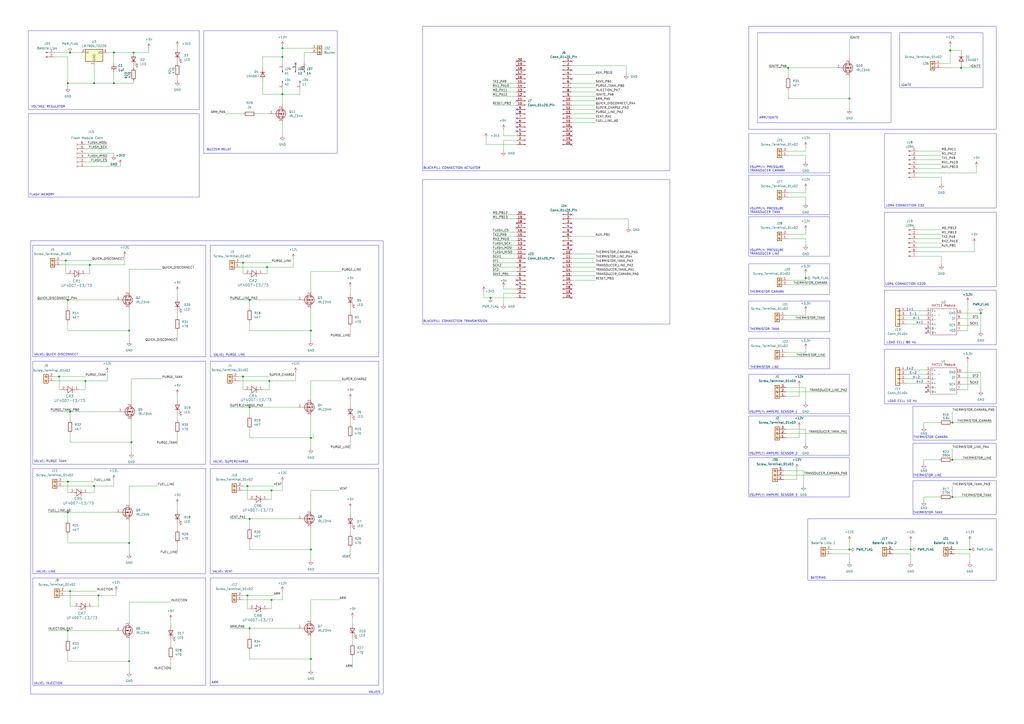
<source format=kicad_sch>
(kicad_sch (version 20250114) (generator "eeschema") (generator_version "9.0")
  (paper "A2")
  (rectangle (start 513.08 77.47) (end 577.85 120.65))
  (rectangle (start 434.34 153.035) (end 481.33 170.815))
  (rectangle (start 121.92 142.24) (end 219.71 207.01))
  (rectangle (start 19.05 335.28) (end 119.38 397.51))
  (rectangle (start 434.34 217.17) (end 492.76 240.03))
  (rectangle (start 529.59 257.175) (end 577.85 276.86))
  (rectangle (start 468.63 300.99) (end 577.85 336.55))
  (rectangle (start 16.51 17.78) (end 115.57 63.5))
  (rectangle (start 17.78 139.7) (end 222.25 402.59))
  (rectangle (start 245.11 104.14) (end 388.62 187.96))
  (rectangle (start 521.97 19.05) (end 570.23 50.8))
  (rectangle (start 513.08 123.19) (end 577.85 166.37))
  (rectangle (start 19.05 142.24) (end 119.38 207.01))
  (rectangle (start 439.42 19.05) (end 516.89 71.12))
  (rectangle (start 121.92 335.28) (end 219.71 397.51))
  (rectangle (start 529.59 278.765) (end 577.85 298.45))
  (rectangle (start 434.34 265.43) (end 492.76 288.29))
  (rectangle (start 434.34 77.47) (end 481.33 100.33))
  (rectangle (start 434.34 196.215) (end 481.33 213.995))
  (rectangle (start 434.34 101.6) (end 481.33 124.46))
  (rectangle (start 434.34 174.625) (end 481.33 192.405))
  (rectangle (start 513.08 168.275) (end 577.85 200.025))
  (rectangle (start 513.08 202.565) (end 577.85 234.315))
  (rectangle (start 121.92 271.78) (end 219.71 332.74))
  (rectangle (start 434.34 125.73) (end 481.33 148.59))
  (rectangle (start 19.05 209.55) (end 119.38 269.24))
  (rectangle (start 19.05 271.78) (end 119.38 332.74))
  (rectangle (start 121.92 209.55) (end 219.71 269.24))
  (rectangle (start 434.34 15.24) (end 577.85 74.93))
  (rectangle (start 245.11 15.24) (end 388.62 99.06))
  (rectangle (start 16.51 66.04) (end 115.57 114.3))
  (rectangle (start 118.11 17.78) (end 195.58 88.9))
  (rectangle (start 434.34 241.3) (end 492.76 264.16))
  (rectangle (start 529.59 24.13) (end 529.59 24.13))
  (rectangle (start 529.59 235.585) (end 577.85 255.27))
  (text "VSUPPLY: AMPERE SENSOR 1\n" (at 434.594 239.776 0) (effects (font (size 1.27 1.27)) (justify left bottom)))
  (text "ARM/IGNITE\n" (at 446.024 68.326 0) (effects (font (size 1.27 1.27))))
  (text "A+2\n" (at 531.495 222.25 0) (effects (font (size 1.27 1.27)) (justify left bottom)))
  (text "THERMISTOR LINE" (at 529.59 276.606 0) (effects (font (size 1.27 1.27)) (justify left bottom)))
  (text "THERMISTOR TANK" (at 529.59 298.196 0) (effects (font (size 1.27 1.27)) (justify left bottom)))
  (text "E+2" (at 525.78 214.63 0) (effects (font (size 1.27 1.27)) (justify left bottom)))
  (text "LOAD CELL 80 Hz\n" (at 514.35 199.517 0) (effects (font (size 1.27 1.27)) (justify left bottom)))
  (text "IGNITE\n" (at 522.732 50.292 0) (effects (font (size 1.27 1.27)) (justify left bottom)))
  (text "A-2\n" (at 529.59 219.71 0) (effects (font (size 1.27 1.27)) (justify left bottom)))
  (text "VALVES" (at 217.17 401.574 0) (effects (font (size 1.27 1.27))))
  (text "VSUPPLY: PRESSURE \nTRANSDUCER TANK" (at 434.848 123.952 0) (effects (font (size 1.27 1.27)) (justify left bottom)))
  (text "VSUPPLY: AMPERE SENSOR 2\n\n" (at 434.594 265.938 0) (effects (font (size 1.27 1.27)) (justify left bottom)))
  (text "E-2" (at 527.685 217.17 0) (effects (font (size 1.27 1.27)) (justify left bottom)))
  (text "VOLTAGE REGULATOR\n\n" (at 27.94 62.992 0) (effects (font (size 1.27 1.27))))
  (text "THERMISTOR CAMARA\n\n\n" (at 529.844 258.572 0) (effects (font (size 1.27 1.27)) (justify left bottom)))
  (text "VSUPPLY: AMPERE SENSOR 3\n\n" (at 434.594 290.068 0) (effects (font (size 1.27 1.27)) (justify left bottom)))
  (text "LORA CONNECTION E220" (at 525.272 164.846 0) (effects (font (size 1.27 1.27))))
  (text "E+1\n" (at 525.78 180.34 0) (effects (font (size 1.27 1.27)) (justify left bottom)))
  (text "LOAD CELL 10 Hz\n" (at 514.858 233.553 0) (effects (font (size 1.27 1.27)) (justify left bottom)))
  (text "A-1\n" (at 529.59 185.42 0) (effects (font (size 1.27 1.27)) (justify left bottom)))
  (text "LORA CONNECTION E32\n" (at 525.018 119.38 0) (effects (font (size 1.27 1.27))))
  (text "VALVE: QUICK DISCONNECT\n" (at 32.512 205.74 0) (effects (font (size 1.27 1.27))))
  (text "VALVE: SUPERCHARGE\n" (at 133.858 267.97 0) (effects (font (size 1.27 1.27))))
  (text "BATERIAS" (at 470.154 336.042 0) (effects (font (size 1.27 1.27)) (justify left bottom)))
  (text "THERMISTOR TANK\n\n" (at 434.848 193.802 0) (effects (font (size 1.27 1.27)) (justify left bottom)))
  (text "VALVE: VENT" (at 129.032 331.724 0) (effects (font (size 1.27 1.27))))
  (text "BUZZER RELAY" (at 127 86.868 0) (effects (font (size 1.27 1.27))))
  (text "VALVE: PURGE TANK" (at 29.21 267.716 0) (effects (font (size 1.27 1.27))))
  (text "THERMISTOR LINE\n\n" (at 435.102 215.9 0) (effects (font (size 1.27 1.27)) (justify left bottom)))
  (text "VSUPPLY: PRESSURE \nTRANSDUCER LINE" (at 434.848 148.082 0) (effects (font (size 1.27 1.27)) (justify left bottom)))
  (text "ARM\n" (at 124.714 395.986 0) (effects (font (size 1.27 1.27))))
  (text "VSUPPLY: PRESSURE \nTRANSDUCER CAMARA" (at 434.848 99.822 0) (effects (font (size 1.27 1.27)) (justify left bottom)))
  (text "E-1" (at 527.685 182.88 0) (effects (font (size 1.27 1.27)) (justify left bottom)))
  (text "VALVE: INJECTION" (at 27.94 396.494 0) (effects (font (size 1.27 1.27))))
  (text "VALVE: LINE" (at 26.67 331.724 0) (effects (font (size 1.27 1.27))))
  (text "VALVE: PURGE LINE\n" (at 133.096 205.994 0) (effects (font (size 1.27 1.27))))
  (text "THERMISTOR CAMARA\n\n\n" (at 434.848 174.244 0) (effects (font (size 1.27 1.27)) (justify left bottom)))
  (text "FLASH MEMORY" (at 24.384 113.03 0) (effects (font (size 1.27 1.27))))
  (text "BLACKPILL CONNECTION TRANSMISSION\n" (at 264.16 186.436 0) (effects (font (size 1.27 1.27))))
  (text "BLACKPILL CONNECTION ACTUATOR" (at 262.128 97.536 0) (effects (font (size 1.27 1.27))))
  (text "A+1\n" (at 531.495 187.96 0) (effects (font (size 1.27 1.27)) (justify left bottom)))
  (junction (at 66.04 30.48))
  (junction (at 180.34 382.27))
  (junction (at 49.53 220.98))
  (junction (at 528.32 318.7112))
  (junction (at 76.2 256.54))
  (junction (at 39.37 173.99))
  (junction (at 77.47 30.48))
  (junction (at 74.93 191.77))
  (junction (at 39.37 297.18))
  (junction (at 66.04 48.26))
  (junction (at 180.34 191.77))
  (junction (at 140.97 218.44))
  (junction (at 492.76 318.77))
  (junction (at 552.45 266.7))
  (junction (at 156.21 220.98))
  (junction (at 144.78 173.99))
  (junction (at 39.37 48.26))
  (junction (at 144.78 364.49))
  (junction (at 163.83 27.94))
  (junction (at 144.78 300.99))
  (junction (at 34.29 218.44))
  (junction (at 568.96 181.61))
  (junction (at 40.64 30.48))
  (junction (at 57.15 345.44))
  (junction (at 143.51 281.94))
  (junction (at 38.1 151.13))
  (junction (at 552.45 245.11))
  (junction (at 154.94 154.94))
  (junction (at 39.37 279.4))
  (junction (at 562.61 318.7112))
  (junction (at 180.34 318.77))
  (junction (at 457.2 39.37))
  (junction (at 74.93 383.54))
  (junction (at 52.07 153.67))
  (junction (at 551.18 29.21))
  (junction (at 144.78 236.22))
  (junction (at 143.51 345.44))
  (junction (at 157.48 284.48))
  (junction (at 163.83 54.61))
  (junction (at 552.45 288.29))
  (junction (at 180.34 254))
  (junction (at 74.93 314.96))
  (junction (at 467.36 161.29))
  (junction (at 40.64 342.9))
  (junction (at 557.53 39.37))
  (junction (at 40.64 238.76))
  (junction (at 492.76 57.15))
  (junction (at 54.61 48.26))
  (junction (at 39.37 365.76))
  (junction (at 284.48 172.72))
  (junction (at 163.83 33.02))
  (junction (at 157.48 347.98))
  (junction (at 140.97 152.4))
  (junction (at 54.61 281.94))
  (no_connect (at 299.72 38.1))
  (no_connect (at 299.72 63.5))
  (no_connect (at 299.72 68.58))
  (no_connect (at 331.47 165.1))
  (no_connect (at 331.47 40.64))
  (no_connect (at 331.47 35.56))
  (no_connect (at 299.72 45.72))
  (no_connect (at 331.47 81.28))
  (no_connect (at 171.45 36.83))
  (no_connect (at 331.47 139.7))
  (no_connect (at 331.47 45.72))
  (no_connect (at 537.21 193.04))
  (no_connect (at 331.47 134.62))
  (no_connect (at 299.72 76.2))
  (no_connect (at 331.47 129.54))
  (no_connect (at 331.47 167.64))
  (no_connect (at 299.72 165.1))
  (no_connect (at 331.47 78.74))
  (no_connect (at 299.72 40.64))
  (no_connect (at 299.72 129.54))
  (no_connect (at 299.72 35.56))
  (no_connect (at 299.72 73.66))
  (no_connect (at 331.47 83.82))
  (no_connect (at 331.47 73.66))
  (no_connect (at 331.47 76.2))
  (no_connect (at 331.47 170.18))
  (no_connect (at 299.72 66.04))
  (no_connect (at 331.47 144.78))
  (no_connect (at 299.72 71.12))
  (no_connect (at 299.72 132.08))
  (no_connect (at 537.21 224.79))
  (no_connect (at 331.47 142.24))
  (no_connect (at 299.72 43.18))
  (no_connect (at 331.47 132.08))
  (no_connect (at 537.21 227.33))
  (no_connect (at 299.72 162.56))
  (no_connect (at 331.47 124.46))
  (no_connect (at 537.21 190.5))
  (no_connect (at 331.47 172.72))
  (no_connect (at 299.72 58.42))
  (wire (pts (xy 544.83 266.7) (xy 535.94 266.7)))
  (wire (pts (xy 144.78 318.77) (xy 180.34 318.77)))
  (wire (pts (xy 102.87 314.96) (xy 102.87 321.31)))
  (wire (pts (xy 144.78 300.99) (xy 172.72 300.99)))
  (wire (pts (xy 163.83 27.94) (xy 180.34 27.94)))
  (wire (pts (xy 455.93 229.87) (xy 463.55 229.87)))
  (wire (pts (xy 467.36 248.92) (xy 455.93 248.92)))
  (wire (pts (xy 99.06 370.84) (xy 99.06 374.65)))
  (wire (pts (xy 66.04 278.13) (xy 66.04 281.94)))
  (wire (pts (xy 102.87 303.53) (xy 102.87 307.34)))
  (wire (pts (xy 39.37 365.76) (xy 67.31 365.76)))
  (wire (pts (xy 204.47 369.57) (xy 204.47 373.38)))
  (wire (pts (xy 557.53 188.595) (xy 567.69 188.595)))
  (wire (pts (xy 67.31 342.9) (xy 67.31 345.44)))
  (wire (pts (xy 455.93 182.88) (xy 467.36 182.88)))
  (wire (pts (xy 492.76 44.45) (xy 492.76 57.15)))
  (wire (pts (xy 180.34 369.57) (xy 180.34 382.27)))
  (wire (pts (xy 53.34 351.79) (xy 57.15 351.79)))
  (wire (pts (xy 52.07 158.75) (xy 52.07 153.67)))
  (wire (pts (xy 180.34 30.48) (xy 176.53 30.48)))
  (wire (pts (xy 39.37 314.96) (xy 74.93 314.96)))
  (wire (pts (xy 140.97 347.98) (xy 157.48 347.98)))
  (wire (pts (xy 331.47 60.96) (xy 345.44 60.96)))
  (wire (pts (xy 561.34 209.55) (xy 561.34 226.06)))
  (wire (pts (xy 454.66 278.13) (xy 462.28 278.13)))
  (wire (pts (xy 40.64 30.48) (xy 46.99 30.48)))
  (wire (pts (xy 140.97 218.44) (xy 140.97 226.06)))
  (wire (pts (xy 31.75 220.98) (xy 49.53 220.98)))
  (wire (pts (xy 180.34 284.48) (xy 196.85 284.48)))
  (wire (pts (xy 557.53 29.21) (xy 551.18 29.21)))
  (wire (pts (xy 180.34 295.91) (xy 180.34 284.48)))
  (wire (pts (xy 139.7 154.94) (xy 154.94 154.94)))
  (wire (pts (xy 49.53 93.98) (xy 62.23 93.98)))
  (wire (pts (xy 557.53 181.61) (xy 568.96 181.61)))
  (wire (pts (xy 285.75 55.88) (xy 299.72 55.88)))
  (wire (pts (xy 454.66 275.59) (xy 491.49 275.59)))
  (wire (pts (xy 163.83 27.94) (xy 163.83 33.02)))
  (wire (pts (xy 144.78 364.49) (xy 144.78 369.57)))
  (wire (pts (xy 281.94 83.82) (xy 299.72 83.82)))
  (wire (pts (xy 163.83 71.12) (xy 163.83 78.74)))
  (wire (pts (xy 478.79 185.42) (xy 455.93 185.42)))
  (wire (pts (xy 74.93 360.68) (xy 74.93 349.25)))
  (wire (pts (xy 180.34 359.41) (xy 180.34 347.98)))
  (wire (pts (xy 553.72 321.31) (xy 562.61 321.31)))
  (wire (pts (xy 203.2 231.14) (xy 203.2 234.95)))
  (wire (pts (xy 52.07 153.67) (xy 72.39 153.67)))
  (wire (pts (xy 99.06 382.27) (xy 99.06 388.62)))
  (wire (pts (xy 38.1 342.9) (xy 40.64 342.9)))
  (wire (pts (xy 467.36 182.88) (xy 467.36 180.34)))
  (wire (pts (xy 331.47 55.88) (xy 345.44 55.88)))
  (wire (pts (xy 331.47 68.58) (xy 345.44 68.58)))
  (wire (pts (xy 144.78 353.06) (xy 143.51 353.06)))
  (wire (pts (xy 551.18 29.21) (xy 551.18 36.83)))
  (wire (pts (xy 532.13 133.35) (xy 546.1 133.35)))
  (wire (pts (xy 50.8 285.75) (xy 54.61 285.75)))
  (wire (pts (xy 43.18 351.79) (xy 40.64 351.79)))
  (wire (pts (xy 467.36 87.63) (xy 467.36 85.09)))
  (wire (pts (xy 31.75 30.48) (xy 40.64 30.48)))
  (wire (pts (xy 557.53 219.075) (xy 567.69 219.075)))
  (wire (pts (xy 467.36 90.17) (xy 457.2 90.17)))
  (wire (pts (xy 292.1 74.93) (xy 292.1 78.74)))
  (wire (pts (xy 364.49 132.08) (xy 364.49 127)))
  (wire (pts (xy 180.34 347.98) (xy 196.85 347.98)))
  (wire (pts (xy 39.37 279.4) (xy 54.61 279.4)))
  (wire (pts (xy 492.76 57.15) (xy 492.76 63.5)))
  (wire (pts (xy 130.81 66.04) (xy 140.97 66.04)))
  (wire (pts (xy 133.35 364.49) (xy 144.78 364.49)))
  (wire (pts (xy 39.37 383.54) (xy 74.93 383.54)))
  (wire (pts (xy 49.53 158.75) (xy 52.07 158.75)))
  (wire (pts (xy 74.93 314.96) (xy 74.93 321.31)))
  (wire (pts (xy 62.23 215.9) (xy 62.23 220.98)))
  (wire (pts (xy 557.53 222.885) (xy 567.69 222.885)))
  (wire (pts (xy 133.35 173.99) (xy 144.78 173.99)))
  (wire (pts (xy 76.2 233.68) (xy 76.2 219.71)))
  (wire (pts (xy 163.83 52.07) (xy 163.83 54.61)))
  (wire (pts (xy 285.75 134.62) (xy 299.72 134.62)))
  (wire (pts (xy 154.94 289.56) (xy 157.48 289.56)))
  (wire (pts (xy 35.56 153.67) (xy 52.07 153.67)))
  (wire (pts (xy 557.53 191.77) (xy 561.34 191.77)))
  (wire (pts (xy 552.45 245.11) (xy 575.31 245.11)))
  (wire (pts (xy 140.97 152.4) (xy 157.48 152.4)))
  (wire (pts (xy 561.34 175.26) (xy 561.34 191.77)))
  (wire (pts (xy 455.93 207.01) (xy 478.79 207.01)))
  (wire (pts (xy 77.47 38.1) (xy 77.47 39.37)))
  (wire (pts (xy 180.34 191.77) (xy 180.34 198.12)))
  (wire (pts (xy 285.75 53.34) (xy 299.72 53.34)))
  (wire (pts (xy 532.13 138.43) (xy 546.1 138.43)))
  (wire (pts (xy 467.36 114.3) (xy 457.2 114.3)))
  (wire (pts (xy 133.35 300.99) (xy 144.78 300.99)))
  (wire (pts (xy 76.2 219.71) (xy 93.98 219.71)))
  (wire (pts (xy 74.93 383.54) (xy 74.93 389.89)))
  (wire (pts (xy 39.37 297.18) (xy 39.37 302.26)))
  (wire (pts (xy 143.51 345.44) (xy 158.75 345.44)))
  (wire (pts (xy 292.1 87.63) (xy 292.1 81.28)))
  (wire (pts (xy 163.83 33.02) (xy 163.83 36.83)))
  (wire (pts (xy 525.78 182.88) (xy 537.21 182.88)))
  (wire (pts (xy 535.94 266.7) (xy 535.94 269.24)))
  (wire (pts (xy 54.61 281.94) (xy 66.04 281.94)))
  (wire (pts (xy 528.32 318.7112) (xy 528.32 313.69)))
  (wire (pts (xy 285.75 157.48) (xy 299.72 157.48)))
  (wire (pts (xy 285.75 160.02) (xy 299.72 160.02)))
  (wire (pts (xy 532.13 140.97) (xy 546.1 140.97)))
  (wire (pts (xy 525.78 217.17) (xy 537.21 217.17)))
  (wire (pts (xy 144.78 377.19) (xy 144.78 382.27)))
  (wire (pts (xy 203.2 306.07) (xy 203.2 309.88)))
  (wire (pts (xy 74.93 302.26) (xy 74.93 314.96)))
  (wire (pts (xy 173.99 52.07) (xy 173.99 54.61)))
  (wire (pts (xy 163.83 342.9) (xy 163.83 347.98)))
  (wire (pts (xy 364.49 127) (xy 331.47 127)))
  (wire (pts (xy 482.6 321.31) (xy 492.76 321.31)))
  (wire (pts (xy 102.87 292.1) (xy 102.87 295.91)))
  (wire (pts (xy 152.4 158.75) (xy 154.94 158.75)))
  (wire (pts (xy 557.53 184.785) (xy 567.69 184.785)))
  (wire (pts (xy 35.56 151.13) (xy 38.1 151.13)))
  (wire (pts (xy 144.78 364.49) (xy 172.72 364.49)))
  (wire (pts (xy 49.53 91.44) (xy 62.23 91.44)))
  (wire (pts (xy 299.72 167.64) (xy 292.1 167.64)))
  (wire (pts (xy 173.99 54.61) (xy 163.83 54.61)))
  (wire (pts (xy 49.53 83.82) (xy 62.23 83.82)))
  (wire (pts (xy 39.37 279.4) (xy 39.37 285.75)))
  (wire (pts (xy 39.37 186.69) (xy 39.37 191.77)))
  (wire (pts (xy 34.29 218.44) (xy 49.53 218.44)))
  (wire (pts (xy 39.37 173.99) (xy 67.31 173.99)))
  (wire (pts (xy 181.61 254) (xy 181.61 251.46)))
  (wire (pts (xy 40.64 238.76) (xy 68.58 238.76)))
  (wire (pts (xy 144.78 382.27) (xy 180.34 382.27)))
  (wire (pts (xy 157.48 347.98) (xy 163.83 347.98)))
  (wire (pts (xy 285.75 142.24) (xy 299.72 142.24)))
  (wire (pts (xy 38.1 151.13) (xy 38.1 158.75)))
  (wire (pts (xy 66.04 88.9) (xy 66.04 90.17)))
  (wire (pts (xy 144.78 191.77) (xy 180.34 191.77)))
  (wire (pts (xy 203.2 254) (xy 203.2 260.35)))
  (wire (pts (xy 39.37 158.75) (xy 38.1 158.75)))
  (wire (pts (xy 455.93 251.46) (xy 491.49 251.46)))
  (wire (pts (xy 74.93 179.07) (xy 74.93 191.77)))
  (wire (pts (xy 39.37 173.99) (xy 39.37 179.07)))
  (wire (pts (xy 525.78 180.34) (xy 537.21 180.34)))
  (wire (pts (xy 38.1 345.44) (xy 57.15 345.44)))
  (wire (pts (xy 525.78 222.25) (xy 537.21 222.25)))
  (wire (pts (xy 143.51 353.06) (xy 143.51 345.44)))
  (wire (pts (xy 544.83 245.11) (xy 535.94 245.11)))
  (wire (pts (xy 54.61 285.75) (xy 54.61 281.94)))
  (wire (pts (xy 457.2 87.63) (xy 467.36 87.63)))
  (wire (pts (xy 57.15 351.79) (xy 57.15 345.44)))
  (wire (pts (xy 140.97 281.94) (xy 143.51 281.94)))
  (wire (pts (xy 39.37 48.26) (xy 39.37 50.8)))
  (wire (pts (xy 34.29 218.44) (xy 34.29 226.06)))
  (wire (pts (xy 21.59 173.99) (xy 39.37 173.99)))
  (wire (pts (xy 140.97 284.48) (xy 157.48 284.48)))
  (wire (pts (xy 99.06 359.41) (xy 99.06 363.22)))
  (wire (pts (xy 331.47 147.32) (xy 345.44 147.32)))
  (wire (pts (xy 144.78 186.69) (xy 144.78 191.77)))
  (wire (pts (xy 566.42 96.52) (xy 566.42 100.33)))
  (wire (pts (xy 532.13 87.63) (xy 546.1 87.63)))
  (wire (pts (xy 139.7 152.4) (xy 140.97 152.4)))
  (wire (pts (xy 144.78 236.22) (xy 172.72 236.22)))
  (wire (pts (xy 66.04 48.26) (xy 77.47 48.26)))
  (wire (pts (xy 144.78 300.99) (xy 144.78 306.07)))
  (wire (pts (xy 140.97 158.75) (xy 142.24 158.75)))
  (wire (pts (xy 466.09 281.94) (xy 466.09 273.05)))
  (wire (pts (xy 203.2 317.5) (xy 203.2 323.85)))
  (wire (pts (xy 331.47 137.16) (xy 345.44 137.16)))
  (wire (pts (xy 285.75 149.86) (xy 299.72 149.86)))
  (wire (pts (xy 492.76 22.86) (xy 492.76 34.29)))
  (wire (pts (xy 518.16 318.77) (xy 528.32 318.77)))
  (wire (pts (xy 466.09 273.05) (xy 454.66 273.05)))
  (wire (pts (xy 525.78 187.96) (xy 537.21 187.96)))
  (wire (pts (xy 140.97 152.4) (xy 140.97 158.75)))
  (wire (pts (xy 551.18 26.67) (xy 551.18 29.21)))
  (wire (pts (xy 285.75 60.96) (xy 299.72 60.96)))
  (wire (pts (xy 204.47 358.14) (xy 204.47 361.95)))
  (wire (pts (xy 518.16 321.31) (xy 528.32 321.31)))
  (wire (pts (xy 525.78 219.71) (xy 537.21 219.71)))
  (wire (pts (xy 565.15 140.97) (xy 565.15 146.05)))
  (wire (pts (xy 180.34 179.07) (xy 180.34 191.77)))
  (wire (pts (xy 285.75 152.4) (xy 299.72 152.4)))
  (wire (pts (xy 102.87 44.45) (xy 102.87 46.99)))
  (wire (pts (xy 331.47 63.5) (xy 345.44 63.5)))
  (wire (pts (xy 36.83 281.94) (xy 54.61 281.94)))
  (wire (pts (xy 38.1 151.13) (xy 53.34 151.13)))
  (wire (pts (xy 455.93 204.47) (xy 467.36 204.47)))
  (wire (pts (xy 285.75 50.8) (xy 299.72 50.8)))
  (wire (pts (xy 467.36 161.29) (xy 467.36 162.56)))
  (wire (pts (xy 180.34 231.14) (xy 180.34 220.98)))
  (wire (pts (xy 467.36 224.79) (xy 455.93 224.79)))
  (wire (pts (xy 203.2 294.64) (xy 203.2 298.45)))
  (wire (pts (xy 532.13 135.89) (xy 546.1 135.89)))
  (wire (pts (xy 285.75 144.78) (xy 299.72 144.78)))
  (wire (pts (xy 292.1 167.64) (xy 292.1 166.37)))
  (wire (pts (xy 281.94 80.01) (xy 281.94 83.82)))
  (wire (pts (xy 163.83 54.61) (xy 163.83 60.96)))
  (wire (pts (xy 40.64 351.79) (xy 40.64 342.9)))
  (wire (pts (xy 157.48 289.56) (xy 157.48 284.48)))
  (wire (pts (xy 77.47 30.48) (xy 86.36 30.48)))
  (wire (pts (xy 331.47 154.94) (xy 345.44 154.94)))
  (wire (pts (xy 285.75 137.16) (xy 299.72 137.16)))
  (wire (pts (xy 467.36 135.89) (xy 467.36 133.35)))
  (wire (pts (xy 74.93 191.77) (xy 74.93 198.12)))
  (wire (pts (xy 144.78 289.56) (xy 143.51 289.56)))
  (wire (pts (xy 66.04 30.48) (xy 77.47 30.48)))
  (wire (pts (xy 152.4 46.99) (xy 152.4 54.61)))
  (wire (pts (xy 331.47 160.02) (xy 345.44 160.02)))
  (wire (pts (xy 546.1 102.87) (xy 546.1 106.68)))
  (wire (pts (xy 467.36 257.81) (xy 467.36 248.92)))
  (wire (pts (xy 285.75 124.46) (xy 299.72 124.46)))
  (wire (pts (xy 49.53 96.52) (xy 69.85 96.52)))
  (wire (pts (xy 203.2 166.37) (xy 203.2 170.18)))
  (wire (pts (xy 74.93 349.25) (xy 99.06 349.25)))
  (wire (pts (xy 203.2 177.8) (xy 203.2 181.61)))
  (wire (pts (xy 148.59 66.04) (xy 156.21 66.04)))
  (wire (pts (xy 77.47 46.99) (xy 77.47 48.26)))
  (wire (pts (xy 535.94 288.29) (xy 535.94 290.83)))
  (wire (pts (xy 331.47 43.18) (xy 345.44 43.18)))
  (wire (pts (xy 86.36 27.94) (xy 86.36 30.48)))
  (wire (pts (xy 36.83 279.4) (xy 39.37 279.4)))
  (wire (pts (xy 467.36 93.98) (xy 467.36 90.17)))
  (wire (pts (xy 76.2 256.54) (xy 76.2 262.89)))
  (wire (pts (xy 54.61 48.26) (xy 66.04 48.26)))
  (wire (pts (xy 102.87 228.6) (xy 102.87 232.41)))
  (wire (pts (xy 152.4 54.61) (xy 163.83 54.61)))
  (wire (pts (xy 457.2 135.89) (xy 467.36 135.89)))
  (wire (pts (xy 331.47 157.48) (xy 345.44 157.48)))
  (wire (pts (xy 144.78 248.92) (xy 144.78 254)))
  (wire (pts (xy 57.15 345.44) (xy 67.31 345.44)))
  (wire (pts (xy 74.93 292.1) (xy 74.93 281.94)))
  (wire (pts (xy 180.34 168.91) (xy 180.34 157.48)))
  (wire (pts (xy 40.64 251.46) (xy 40.64 256.54)))
  (wire (pts (xy 140.97 345.44) (xy 143.51 345.44)))
  (wire (pts (xy 557.53 215.9) (xy 568.96 215.9)))
  (wire (pts (xy 144.78 254) (xy 180.34 254)))
  (wire (pts (xy 156.21 226.06) (xy 156.21 220.98)))
  (wire (pts (xy 176.53 30.48) (xy 176.53 36.83)))
  (wire (pts (xy 532.13 148.59) (xy 546.1 148.59)))
  (wire (pts (xy 285.75 139.7) (xy 299.72 139.7)))
  (wire (pts (xy 180.34 220.98) (xy 198.12 220.98)))
  (wire (pts (xy 284.48 172.72) (xy 299.72 172.72)))
  (wire (pts (xy 557.53 29.21) (xy 557.53 30.48)))
  (wire (pts (xy 462.28 271.78) (xy 462.28 278.13)))
  (wire (pts (xy 331.47 152.4) (xy 345.44 152.4)))
  (wire (pts (xy 102.87 251.46) (xy 102.87 257.81)))
  (wire (pts (xy 285.75 154.94) (xy 299.72 154.94)))
  (wire (pts (xy 142.24 226.06) (xy 140.97 226.06)))
  (wire (pts (xy 133.35 236.22) (xy 144.78 236.22)))
  (wire (pts (xy 144.78 173.99) (xy 172.72 173.99)))
  (wire (pts (xy 331.47 66.04) (xy 345.44 66.04)))
  (wire (pts (xy 180.34 382.27) (xy 180.34 388.62)))
  (wire (pts (xy 467.36 233.68) (xy 467.36 224.79)))
  (wire (pts (xy 568.96 181.61) (xy 568.96 192.405)))
  (wire (pts (xy 285.75 48.26) (xy 299.72 48.26)))
  (wire (pts (xy 546.1 36.83) (xy 551.18 36.83)))
  (wire (pts (xy 467.36 111.76) (xy 467.36 109.22)))
  (wire (pts (xy 163.83 26.67) (xy 163.83 27.94)))
  (wire (pts (xy 29.21 238.76) (xy 40.64 238.76)))
  (wire (pts (xy 532.13 90.17) (xy 546.1 90.17)))
  (wire (pts (xy 74.93 168.91) (xy 74.93 156.21)))
  (wire (pts (xy 156.21 220.98) (xy 171.45 220.98)))
  (wire (pts (xy 331.47 149.86) (xy 345.44 149.86)))
  (wire (pts (xy 203.2 242.57) (xy 203.2 246.38)))
  (wire (pts (xy 532.13 146.05) (xy 565.15 146.05)))
  (wire (pts (xy 457.2 111.76) (xy 467.36 111.76)))
  (wire (pts (xy 331.47 71.12) (xy 345.44 71.12)))
  (wire (pts (xy 544.83 288.29) (xy 535.94 288.29)))
  (wire (pts (xy 74.93 156.21) (xy 93.98 156.21)))
  (wire (pts (xy 49.53 226.06) (xy 49.53 220.98)))
  (wire (pts (xy 39.37 297.18) (xy 67.31 297.18)))
  (wire (pts (xy 102.87 26.67) (xy 102.87 27.94)))
  (wire (pts (xy 331.47 53.34) (xy 345.44 53.34)))
  (wire (pts (xy 532.13 100.33) (xy 566.42 100.33)))
  (wire (pts (xy 144.78 313.69) (xy 144.78 318.77)))
  (wire (pts (xy 280.67 172.72) (xy 284.48 172.72)))
  (wire (pts (xy 552.45 266.7) (xy 575.31 266.7)))
  (wire (pts (xy 40.64 238.76) (xy 40.64 243.84)))
  (wire (pts (xy 180.34 306.07) (xy 180.34 318.77)))
  (wire (pts (xy 144.78 236.22) (xy 144.78 241.3)))
  (wire (pts (xy 143.51 281.94) (xy 158.75 281.94)))
  (wire (pts (xy 525.78 214.63) (xy 537.21 214.63)))
  (wire (pts (xy 102.87 168.91) (xy 102.87 172.72)))
  (wire (pts (xy 157.48 353.06) (xy 157.48 347.98)))
  (wire (pts (xy 562.61 321.31) (xy 562.61 326.39)))
  (wire (pts (xy 457.2 162.56) (xy 467.36 162.56)))
  (wire (pts (xy 49.53 86.36) (xy 62.23 86.36)))
  (wire (pts (xy 152.4 226.06) (xy 156.21 226.06)))
  (wire (pts (xy 457.2 57.15) (xy 492.76 57.15)))
  (wire (pts (xy 39.37 309.88) (xy 39.37 314.96)))
  (wire (pts (xy 292.1 81.28) (xy 299.72 81.28)))
  (wire (pts (xy 143.51 289.56) (xy 143.51 281.94)))
  (wire (pts (xy 102.87 240.03) (xy 102.87 243.84)))
  (wire (pts (xy 171.45 215.9) (xy 171.45 220.98)))
  (wire (pts (xy 49.53 88.9) (xy 66.04 88.9)))
  (wire (pts (xy 292.1 176.53) (xy 292.1 170.18)))
  (wire (pts (xy 445.77 39.37) (xy 457.2 39.37)))
  (wire (pts (xy 154.94 154.94) (xy 170.18 154.94)))
  (wire (pts (xy 292.1 170.18) (xy 299.72 170.18)))
  (wire (pts (xy 39.37 33.02) (xy 39.37 48.26)))
  (wire (pts (xy 27.94 365.76) (xy 39.37 365.76)))
  (wire (pts (xy 163.83 279.4) (xy 163.83 284.48)))
  (wire (pts (xy 467.36 118.11) (xy 467.36 114.3)))
  (wire (pts (xy 331.47 58.42) (xy 345.44 58.42)))
  (wire (pts (xy 74.93 370.84) (xy 74.93 383.54)))
  (wire (pts (xy 66.04 30.48) (xy 66.04 36.83)))
  (wire (pts (xy 76.2 243.84) (xy 76.2 256.54)))
  (wire (pts (xy 27.94 297.18) (xy 39.37 297.18)))
  (wire (pts (xy 553.72 318.77) (xy 562.61 318.77)))
  (wire (pts (xy 467.36 142.24) (xy 467.36 138.43)))
  (wire (pts (xy 546.1 148.59) (xy 546.1 153.67)))
  (wire (pts (xy 54.61 48.26) (xy 39.37 48.26)))
  (wire (pts (xy 363.22 43.18) (xy 363.22 38.1)))
  (wire (pts (xy 154.94 158.75) (xy 154.94 154.94)))
  (wire (pts (xy 170.18 149.86) (xy 170.18 154.94)))
  (wire (pts (xy 532.13 97.79) (xy 546.1 97.79)))
  (wire (pts (xy 180.34 254) (xy 181.61 254)))
  (wire (pts (xy 154.94 353.06) (xy 157.48 353.06)))
  (wire (pts (xy 552.45 260.35) (xy 552.45 266.7)))
  (wire (pts (xy 203.2 189.23) (xy 203.2 195.58)))
  (wire (pts (xy 31.75 33.02) (xy 39.37 33.02)))
  (wire (pts (xy 532.13 102.87) (xy 546.1 102.87)))
  (wire (pts (xy 39.37 365.76) (xy 39.37 370.84)))
  (wire (pts (xy 363.22 38.1) (xy 331.47 38.1)))
  (wire (pts (xy 455.93 254) (xy 463.55 254)))
  (wire (pts (xy 102.87 191.77) (xy 102.87 198.12)))
  (wire (pts (xy 285.75 127) (xy 299.72 127)))
  (wire (pts (xy 457.2 39.37) (xy 457.2 44.45)))
  (wire (pts (xy 62.23 30.48) (xy 66.04 30.48)))
  (wire (pts (xy 157.48 284.48) (xy 163.83 284.48)))
  (wire (pts (xy 532.13 143.51) (xy 546.1 143.51)))
  (wire (pts (xy 180.34 157.48) (xy 198.12 157.48)))
  (wire (pts (xy 140.97 218.44) (xy 156.21 218.44)))
  (wire (pts (xy 152.4 33.02) (xy 163.83 33.02)))
  (wire (pts (xy 525.78 185.42) (xy 537.21 185.42)))
  (wire (pts (xy 457.2 165.1) (xy 480.06 165.1)))
  (wire (pts (xy 45.72 226.06) (xy 49.53 226.06)))
  (wire (pts (xy 35.56 226.06) (xy 34.29 226.06)))
  (wire (pts (xy 562.61 318.7112) (xy 562.61 313.69)))
  (wire (pts (xy 331.47 162.56) (xy 345.44 162.56)))
  (wire (pts (xy 457.2 39.37) (xy 485.14 39.37)))
  (wire (pts (xy 528.32 318.77) (xy 528.32 318.7112)))
  (wire (pts (xy 455.93 227.33) (xy 491.49 227.33)))
  (wire (pts (xy 467.36 138.43) (xy 457.2 138.43)))
  (wire (pts (xy 152.4 39.37) (xy 152.4 33.02)))
  (wire (pts (xy 557.53 38.1) (xy 557.53 39.37)))
  (wire (pts (xy 138.43 220.98) (xy 156.21 220.98)))
  (wire (pts (xy 546.1 39.37) (xy 557.53 39.37)))
  (wire (pts (xy 180.34 241.3) (xy 180.34 254)))
  (wire (pts (xy 180.34 318.77) (xy 180.34 325.12)))
  (wire (pts (xy 492.76 321.31) (xy 492.76 326.39)))
  (wire (pts (xy 39.37 378.46) (xy 39.37 383.54)))
  (wire (pts (xy 299.72 78.74) (xy 292.1 78.74)))
  (wire (pts (xy 280.67 168.91) (xy 280.67 172.72)))
  (wire (pts (xy 532.13 92.71) (xy 546.1 92.71)))
  (wire (pts (xy 54.61 38.1) (xy 54.61 48.26)))
  (wire (pts (xy 49.53 220.98) (xy 62.23 220.98)))
  (wire (pts (xy 66.04 41.91) (xy 66.04 48.26)))
  (wire (pts (xy 331.47 50.8) (xy 345.44 50.8)))
  (wire (pts (xy 102.87 35.56) (xy 102.87 36.83)))
  (wire (pts (xy 528.32 321.31) (xy 528.32 326.39)))
  (wire (pts (xy 535.94 245.11) (xy 535.94 247.65)))
  (wire (pts (xy 492.76 318.77) (xy 492.76 313.69)))
  (wire (pts (xy 463.55 247.65) (xy 463.55 254)))
  (wire (pts (xy 552.45 281.94) (xy 552.45 288.29)))
  (wire (pts (xy 557.53 39.37) (xy 568.96 39.37)))
  (wire (pts (xy 557.53 226.06) (xy 561.34 226.06)))
  (wire (pts (xy 532.13 95.25) (xy 546.1 95.25)))
  (wire (pts (xy 69.85 96.52) (xy 69.85 95.25)))
  (wire (pts (xy 552.45 238.76) (xy 552.45 245.11)))
  (wire (pts (xy 40.64 285.75) (xy 39.37 285.75)))
  (wire (pts (xy 568.96 215.9) (xy 568.96 226.695)))
  (wire (pts (xy 331.47 48.26) (xy 345.44 48.26)))
  (wire (pts (xy 40.64 256.54) (xy 76.2 256.54)))
  (wire (pts (xy 40.64 342.9) (xy 55.88 342.9)))
  (wire (pts (xy 180.34 254) (xy 180.34 260.35)))
  (wire (pts (xy 72.39 148.59) (xy 72.39 153.67)))
  (wire (pts (xy 463.55 223.52) (xy 463.55 229.87)))
  (wire (pts (xy 138.43 218.44) (xy 140.97 218.44)))
  (wire (pts (xy 102.87 180.34) (xy 102.87 184.15)))
  (wire (pts (xy 74.93 281.94) (xy 91.44 281.94)))
  (wire (pts (xy 467.36 204.47) (xy 467.36 201.93)))
  (wire (pts (xy 467.36 158.75) (xy 467.36 161.29)))
  (wire (pts (xy 144.78 173.99) (xy 144.78 179.07)))
  (wire (pts (xy 285.75 147.32) (xy 299.72 147.32)))
  (wire (pts (xy 204.47 381) (xy 204.47 387.35)))
  (wire (pts (xy 457.2 52.07) (xy 457.2 57.15)))
  (wire (pts (xy 31.75 218.44) (xy 34.29 218.44)))
  (wire (pts (xy 482.6 318.77) (xy 492.76 318.77)))
  (wire (pts (xy 562.61 318.77) (xy 562.61 318.7112)))
  (wire (pts (xy 552.45 288.29) (xy 575.31 288.29)))
  (wire (pts (xy 39.37 191.77) (xy 74.93 191.77)))
  (label "THERMISTOR_TANK" (at 478.79 185.42 180))
  (label "FLASH_MISO" (at 285.75 147.32 0))
  (label "INJECTION" (at 55.88 342.9 0))
  (label "TRANSDUCER_LINE_PA2" (at 491.49 227.33 180))
  (label "RX1_PA10" (at 546.1 95.25 0))
  (label "QUICK_DISCONNECT_PA4" (at 345.44 60.96 0))
  (label "SUPER_CHARGE" (at 156.21 218.44 0))
  (label "VENT" (at 158.75 281.94 0))
  (label "QUICK_DISCONNECT_PA4" (at 21.59 173.99 0))
  (label "PURGE_TANK_PB0" (at 345.44 50.8 0))
  (label "AUX_PB1" (at 546.1 143.51 0))
  (label "ARM_PA5" (at 345.44 58.42 0))
  (label "SCK1" (at 567.69 188.595 180))
  (label "IGNITE" (at 492.76 22.86 0))
  (label "ARM" (at 204.47 387.35 180))
  (label "INJECTION" (at 99.06 388.62 180))
  (label "THERMISTOR_LINE_PA4" (at 552.45 260.35 0))
  (label "QUICK_DISCONNECT" (at 53.34 151.13 0))
  (label "VENT" (at 203.2 323.85 180))
  (label "SUPER_CHARGE_PA3" (at 345.44 63.5 0))
  (label "FUEL_LINE_A0" (at 27.94 297.18 0))
  (label "RX2_PA10" (at 285.75 139.7 0))
  (label "INJECTION_PA7" (at 27.94 365.76 0))
  (label "TRANSDUCER_CAMARA_PA0" (at 345.44 160.02 0))
  (label "PURGE_LINE_PA2" (at 133.35 173.99 0))
  (label "PURGE_LINE" (at 157.48 152.4 0))
  (label "SUPER_CHARGE_PA3" (at 133.35 236.22 0))
  (label "FLASH_MOSI" (at 62.23 83.82 180))
  (label "FLASH_MOSI" (at 285.75 144.78 0))
  (label "PURGE_TANK" (at 49.53 218.44 0))
  (label "DT2" (at 567.69 219.075 180))
  (label "AUX_PB10" (at 546.1 97.79 0))
  (label "TRANSDUCER_TANK_PA1" (at 491.49 251.46 180))
  (label "SCK2" (at 285.75 154.94 0))
  (label "THERMISTOR_CAMARA" (at 480.06 165.1 180))
  (label "M1_PA12" (at 546.1 90.17 0))
  (label "SCK1" (at 285.75 149.86 0))
  (label "VENT" (at 196.85 284.48 0))
  (label "FUEL_LINE" (at 54.61 279.4 0))
  (label "THERMISTOR_CAMARA_PA5" (at 552.45 238.76 0))
  (label "FLASH_SCK" (at 285.75 142.24 0))
  (label "THERMISTOR_TANK_PA3" (at 345.44 152.4 0))
  (label "RX2_PA10" (at 546.1 140.97 0))
  (label "DT1" (at 567.69 184.785 180))
  (label "PURGE_LINE" (at 198.12 157.48 0))
  (label "INJECTION" (at 99.06 349.25 0))
  (label "SCK2" (at 567.69 222.885 180))
  (label "M0_PA11" (at 546.1 87.63 0))
  (label "IGNITE_PA6" (at 345.44 55.88 0))
  (label "SUPER_CHARGE" (at 198.12 220.98 0))
  (label "INJECTION_PA7" (at 345.44 53.34 0))
  (label "PURGE_LINE" (at 203.2 195.58 180))
  (label "FLASH_MISO" (at 62.23 91.44 180))
  (label "M1_PA12" (at 285.75 55.88 0))
  (label "M1_PB13" (at 546.1 135.89 0))
  (label "M0_PB12" (at 285.75 124.46 0))
  (label "FUEL_LINE_A0" (at 345.44 71.12 0))
  (label "THERMISTOR_CAMARA_PA5" (at 345.44 147.32 0))
  (label "ARM_PA5" (at 133.35 364.49 0))
  (label "TX1_PA9" (at 546.1 92.71 0))
  (label "AUX_PB10" (at 345.44 43.18 0))
  (label "THERMISTOR_LINE" (at 575.31 266.7 180))
  (label "PURGE_TANK_PB0" (at 29.21 238.76 0))
  (label "M0_PB12" (at 546.1 133.35 0))
  (label "M1_PB13" (at 285.75 127 0))
  (label "TRANSDUCER_TANK_PA1" (at 345.44 157.48 0))
  (label "ARM" (at 196.85 347.98 0))
  (label "RX1_PA10" (at 285.75 50.8 0))
  (label "TX1_PA9" (at 285.75 48.26 0))
  (label "THERMISTOR_CAMARA" (at 575.31 245.11 180))
  (label "SAVE_PB1" (at 285.75 160.02 0))
  (label "PURGE_LINE" (at 203.2 260.35 180))
  (label "DT2" (at 285.75 157.48 0))
  (label "ARM_PA5" (at 130.81 66.04 180))
  (label "M0_PA11" (at 285.75 53.34 0))
  (label "VENT_PA1" (at 133.35 300.99 0))
  (label "ARM" (at 158.75 345.44 0))
  (label "TRANSDUCER_LINE_PA2" (at 345.44 154.94 0))
  (label "THERMISTOR_LINE" (at 478.79 207.01 180))
  (label "THERMISTOR_TANK_PA3" (at 552.45 281.94 0))
  (label "RESET_PB3" (at 285.75 60.96 0))
  (label "FUEL_LINE" (at 102.87 321.31 180))
  (label "DT1" (at 285.75 152.4 0))
  (label "PURGE_TANK" (at 93.98 219.71 0))
  (label "RESET_PB3" (at 345.44 162.56 0))
  (label "IGNITE_PA6" (at 445.77 39.37 0))
  (label "THERMISTOR_TANK" (at 575.31 288.29 180))
  (label "TX2_PA9" (at 546.1 138.43 0))
  (label "FLASH_CS" (at 285.75 134.62 0))
  (label "PURGE_LINE_PA2" (at 345.44 66.04 0))
  (label "FLASH_CS" (at 62.23 93.98 180))
  (label "AUX_PB1" (at 345.44 137.16 0))
  (label "THERMISTOR_LINE_PA4" (at 345.44 149.86 0))
  (label "TRANSDUCER_CAMARA_PA0" (at 491.49 275.59 180))
  (label "FUEL_LINE" (at 91.44 281.94 0))
  (label "QUICK_DISCONNECT" (at 93.98 156.21 0))
  (label "SAVE_PB1" (at 345.44 48.26 0))
  (label "FLASH_SCK" (at 62.23 86.36 180))
  (label "TX2_PA9" (at 285.75 137.16 0))
  (label "VENT_PA1" (at 345.44 68.58 0))
  (label "QUICK_DISCONNECT" (at 102.87 198.12 180))
  (label "PURGE_TANK" (at 102.87 257.81 180))
  (label "IGNITE" (at 568.96 39.37 180))
  (symbol (lib_id "power:+12L") (at 67.31 342.9 0) (unit 1)
    (property "Reference" "#PWR084" (effects (hide yes)))
    (property "Value" "+12L" (at 67.31 337.82 0))
    (property "Description" "Power symbol creates a global label with name \"+12L\"" (effects (hide yes)))
  )
  (symbol (lib_id "Transistor_FET:IRLZ34N") (at 72.39 173.99 0) (unit 1)
    (property "Reference" "Q2" (at 78.74 172.7199 0) (effects (justify left)))
    (property "Value" "IRLZ34N" (at 78.74 175.2599 0) (effects (justify left)))
    (property "Footprint" "Package_TO_SOT_THT:TO-220-3_Vertical" (effects (hide yes)))
    (property "Datasheet" "http://www.infineon.com/dgdl/irlz34npbf.pdf?fileId=5546d462533600a40153567206892720" (effects (hide yes)))
    (property "Description" "30A Id, 55V Vds, 35mOhm Rds, N-Channel HEXFET Power MOSFET, TO-220AB" (effects (hide yes)))
  )
  (symbol (lib_id "Diode UF4007:UF4007-E3_73") (at 43.18 351.79 0) (unit 1)
    (property "Reference" "CR7" (at 47.498 355.854 0) (effects (font (size 1.524 1.524))))
    (property "Value" "UF4007-E3/73" (at 47.498 358.394 0) (effects (font (size 1.524 1.524))))
    (property "Footprint" "Diode_THT:D_DO-15_P15.24mm_Horizontal" (effects (hide yes)))
    (property "Datasheet" "UF4007-E3/73" (effects (hide yes)))
  )
  (symbol (lib_id "Device:LED") (at 102.87 299.72 90) (unit 1)
    (property "Reference" "D18" (at 106.68 300.0374 90) (effects (justify right)))
    (property "Value" "LED" (at 106.68 302.5774 90) (effects (justify right)))
    (property "Footprint" "LED_THT:LED_D3.0mm" (effects (hide yes)))
    (property "Description" "Light emitting diode" (effects (hide yes)))
    (property "Sim.Pins" "1=K 2=A" (effects (hide yes)))
  )
  (symbol (lib_id "Diode:1N4007") (at 557.53 34.29 270) (unit 1)
    (property "Reference" "D1" (at 560.07 33.0199 90) (effects (justify left)))
    (property "Value" "1N4007" (at 560.07 34.798 90) (effects (justify left)))
    (property "Footprint" "Diode_THT:D_DO-41_SOD81_P10.16mm_Horizontal" (effects (hide yes)))
    (property "Datasheet" "http://www.vishay.com/docs/88503/1n4001.pdf" (effects (hide yes)))
    (property "Description" "1000V 1A General Purpose Rectifier Diode, DO-41" (effects (hide yes)))
    (property "Sim.Device" "D" (effects (hide yes)))
    (property "Sim.Pins" "1=K 2=A" (effects (hide yes)))
  )
  (symbol (lib_id "Device:R") (at 548.64 266.7 90) (unit 1)
    (property "Reference" "R22" (at 548.64 262.128 90))
    (property "Value" "390k" (at 548.894 264.16 90))
    (property "Footprint" "Resistor_SMD:R_0805_2012Metric" (effects (hide yes)))
    (property "Description" "Resistor" (effects (hide yes)))
  )
  (symbol (lib_id "power:GND") (at 467.36 233.68 0) (mirror y) (unit 1)
    (property "Reference" "#PWR057" (effects (hide yes)))
    (property "Value" "GND" (at 467.36 238.76 0))
  )
  (symbol (lib_id "Transistor_FET:IRLZ34N") (at 177.8 236.22 0) (unit 1)
    (property "Reference" "Q4" (at 184.15 234.9499 0) (effects (justify left)))
    (property "Value" "IRLZ34N" (at 184.15 237.4899 0) (effects (justify left)))
    (property "Footprint" "Package_TO_SOT_THT:TO-220-3_Vertical" (effects (hide yes)))
    (property "Datasheet" "http://www.infineon.com/dgdl/irlz34npbf.pdf?fileId=5546d462533600a40153567206892720" (effects (hide yes)))
    (property "Description" "30A Id, 55V Vds, 35mOhm Rds, N-Channel HEXFET Power MOSFET, TO-220AB" (effects (hide yes)))
  )
  (symbol (lib_id "Diode UF4007:UF4007-E3_73") (at 144.78 289.56 0) (unit 1)
    (property "Reference" "CR6" (at 149.606 293.37 0) (effects (font (size 1.524 1.524))))
    (property "Value" "UF4007-E3/73" (at 149.606 295.91 0) (effects (font (size 1.524 1.524))))
    (property "Footprint" "Diode_THT:D_DO-15_P15.24mm_Horizontal" (effects (hide yes)))
    (property "Datasheet" "UF4007-E3/73" (effects (hide yes)))
  )
  (symbol (lib_id "Connector:Conn_01x20_Pin") (at 326.39 147.32 0) (unit 1)
    (property "Reference" "J24" (at 327.025 119.38 0))
    (property "Value" "Conn_01x20_Pin" (at 327.025 121.92 0))
    (property "Footprint" "Connector_PinSocket_2.54mm:PinSocket_1x20_P2.54mm_Vertical" (effects (hide yes)))
    (property "Description" "Generic connector, single row, 01x20, script generated" (effects (hide yes)))
  )
  (symbol (lib_id "power:GND") (at 528.32 326.39 0) (unit 1)
    (property "Reference" "#PWR077" (effects (hide yes)))
    (property "Value" "GND" (at 528.32 331.47 0))
    (property "Description" "Power symbol creates a global label with name \"GND\" , ground" (effects (hide yes)))
  )
  (symbol (lib_id "power:PWR_FLAG") (at 528.32 318.7112 270) (unit 1)
    (property "Reference" "#FLG08" (effects (hide yes)))
    (property "Value" "PWR_FLAG" (at 532.13 318.7111 90) (effects (justify left)))
    (property "Description" "Special symbol for telling ERC where power comes from" (effects (hide yes)))
  )
  (symbol (lib_id "power:GND") (at 466.09 281.94 0) (mirror y) (unit 1)
    (property "Reference" "#PWR061" (effects (hide yes)))
    (property "Value" "GND" (at 466.09 287.02 0))
  )
  (symbol (lib_id "Connector:Screw_Terminal_01x02") (at 452.12 114.3 180) (unit 1)
    (property "Reference" "J27" (at 452.12 105.41 0))
    (property "Value" "Screw_Terminal_01x02" (at 452.12 107.95 0))
    (property "Footprint" "Library:Screw Terminal 3D" (effects (hide yes)))
    (property "Description" "Generic screw terminal, single row, 01x02, script generated (kicad-library-utils/schlib/autogen/connector/)" (effects (hide yes)))
  )
  (symbol (lib_id "Diode UF4007:UF4007-E3_73") (at 39.37 158.75 0) (unit 1)
    (property "Reference" "CR1" (at 44.45 163.068 0) (effects (font (size 1.524 1.524))))
    (property "Value" "UF4007-E3/73" (at 44.45 165.608 0) (effects (font (size 1.524 1.524))))
    (property "Footprint" "Diode_THT:D_DO-15_P15.24mm_Horizontal" (effects (hide yes)))
    (property "Datasheet" "UF4007-E3/73" (effects (hide yes)))
  )
  (symbol (lib_id "power:PWR_FLAG") (at 284.48 172.72 180) (unit 1)
    (property "Reference" "#FLG010" (effects (hide yes)))
    (property "Value" "PWR_FLAG" (at 284.48 177.8 0))
    (property "Description" "Special symbol for telling ERC where power comes from" (effects (hide yes)))
  )
  (symbol (lib_id "Connector:Screw_Terminal_01x03") (at 450.85 251.46 180) (unit 1)
    (property "Reference" "J2" (at 450.85 242.57 0))
    (property "Value" "Screw_Terminal_01x03" (at 450.85 245.11 0))
    (property "Footprint" "Library:KT100-3PIN" (effects (hide yes)))
    (property "Description" "Generic screw terminal, single row, 01x03, script generated (kicad-library-utils/schlib/autogen/connector/)" (effects (hide yes)))
  )
  (symbol (lib_id "Library:HX711") (at 547.37 182.88 0) (unit 1)
    (property "Reference" "U2" (at 547.37 175.26 0))
    (property "Value" "~" (at 544.83 182.88 0))
    (property "Footprint" "Library:hx711" (effects (hide yes)))
  )
  (symbol (lib_id "power:+12V") (at 467.36 109.22 0) (unit 1)
    (property "Reference" "#PWR044" (effects (hide yes)))
    (property "Value" "+12V" (at 467.36 104.14 0))
    (property "Description" "Power symbol creates a global label with name \"+12V\"" (effects (hide yes)))
  )
  (symbol (lib_id "power:PWR_FLAG") (at 562.61 318.7112 270) (unit 1)
    (property "Reference" "#FLG09" (effects (hide yes)))
    (property "Value" "PWR_FLAG" (at 566.42 318.7111 90) (effects (justify left)))
    (property "Description" "Special symbol for telling ERC where power comes from" (effects (hide yes)))
  )
  (symbol (lib_id "Connector:Screw_Terminal_01x02") (at 26.67 220.98 180) (unit 1)
    (property "Reference" "J9" (at 26.67 212.09 0))
    (property "Value" "Screw_Terminal_01x02" (at 29.972 214.884 0))
    (property "Footprint" "TerminalBlock:TerminalBlock_bornier-2_P5.08mm" (effects (hide yes)))
    (property "Description" "Generic screw terminal, single row, 01x02, script generated (kicad-library-utils/schlib/autogen/connector/)" (effects (hide yes)))
  )
  (symbol (lib_id "Transistor_FET:IRLZ34N") (at 177.8 300.99 0) (unit 1)
    (property "Reference" "Q8" (at 184.15 299.7199 0) (effects (justify left)))
    (property "Value" "IRLZ34N" (at 184.15 302.2599 0) (effects (justify left)))
    (property "Footprint" "Package_TO_SOT_THT:TO-220-3_Vertical" (effects (hide yes)))
    (property "Datasheet" "http://www.infineon.com/dgdl/irlz34npbf.pdf?fileId=5546d462533600a40153567206892720" (effects (hide yes)))
    (property "Description" "30A Id, 55V Vds, 35mOhm Rds, N-Channel HEXFET Power MOSFET, TO-220AB" (effects (hide yes)))
  )
  (symbol (lib_id "power:GND") (at 535.94 290.83 0) (mirror y) (unit 1)
    (property "Reference" "#PWR052" (effects (hide yes)))
    (property "Value" "GND" (at 535.94 294.64 0))
  )
  (symbol (lib_id "Connector:Conn_01x01_Pin") (at 163.83 46.99 270) (unit 1)
    (property "Reference" "J34" (at 165.1 46.3549 90) (effects (justify left)))
    (property "Value" "A2" (at 165.1 48.8949 90) (effects (justify left)))
    (property "Footprint" "Connector_PinHeader_2.54mm:PinHeader_1x01_P2.54mm_Vertical" (effects (hide yes)))
    (property "Description" "Generic connector, single row, 01x01, script generated" (effects (hide yes)))
  )
  (symbol (lib_id "Connector_Generic:Conn_01x04") (at 520.7 219.71 180) (unit 1)
    (property "Reference" "J14" (at 520.7 225.425 0))
    (property "Value" "Conn_01x04" (at 520.7 227.965 0))
    (property "Footprint" "TerminalBlock:TerminalBlock_bornier-4_P5.08mm" (effects (hide yes)))
  )
  (symbol (lib_id "Connector:Conn_01x20_Pin") (at 304.8 149.86 180) (unit 1)
    (property "Reference" "J23" (at 306.07 147.3199 0) (effects (justify right)))
    (property "Value" "Conn_01x20_Pin" (at 306.07 149.8599 0) (effects (justify right)))
    (property "Footprint" "Connector_PinSocket_2.54mm:PinSocket_1x20_P2.54mm_Vertical" (effects (hide yes)))
    (property "Description" "Generic connector, single row, 01x20, script generated" (effects (hide yes)))
  )
  (symbol (lib_id "Regulator_Linear:LM7905_TO220") (at 54.61 30.48 0) (mirror x) (unit 1)
    (property "Reference" "U3" (at 54.61 24.13 0))
    (property "Value" "LM7905_TO220" (at 54.61 26.67 0))
    (property "Footprint" "Package_TO_SOT_THT:TO-220-3_Vertical" (effects (hide yes)))
    (property "Datasheet" "https://www.onsemi.com/pub/Collateral/MC7900-D.PDF" (effects (hide yes)))
    (property "Description" "Negative 1A 35V Linear Regulator, Fixed Output 5V, TO-220" (effects (hide yes)))
  )
  (symbol (lib_id "Diode UF4007:UF4007-E3_73") (at 35.56 226.06 0) (unit 1)
    (property "Reference" "CR3" (at 40.386 229.87 0) (effects (font (size 1.524 1.524))))
    (property "Value" "UF4007-E3/73" (at 40.386 232.41 0) (effects (font (size 1.524 1.524))))
    (property "Footprint" "Diode_THT:D_DO-15_P15.24mm_Horizontal" (effects (hide yes)))
    (property "Datasheet" "UF4007-E3/73" (effects (hide yes)))
  )
  (symbol (lib_id "Diode UF4007:UF4007-E3_73") (at 142.24 226.06 0) (unit 1)
    (property "Reference" "CR4" (at 146.812 229.616 0) (effects (font (size 1.524 1.524))))
    (property "Value" "UF4007-E3/73" (at 148.59 231.902 0) (effects (font (size 1.524 1.524))))
    (property "Footprint" "Diode_THT:D_DO-15_P15.24mm_Horizontal" (effects (hide yes)))
    (property "Datasheet" "UF4007-E3/73" (effects (hide yes)))
  )
  (symbol (lib_id "Connector:Conn_01x06_Socket") (at 44.45 91.44 180) (unit 1)
    (property "Reference" "J15" (at 52.832 76.454 0))
    (property "Value" "Flash Module Conn" (at 50.546 80.01 0))
    (property "Footprint" "Connector_PinSocket_2.54mm:PinSocket_1x06_P2.54mm_Vertical" (effects (hide yes)))
    (property "Description" "Generic connector, single row, 01x06, script generated" (effects (hide yes)))
  )
  (symbol (lib_id "power:GND") (at 535.94 247.65 0) (mirror y) (unit 1)
    (property "Reference" "#PWR051" (effects (hide yes)))
    (property "Value" "GND" (at 535.94 251.46 0))
  )
  (symbol (lib_id "Library:HX711") (at 547.37 217.17 0) (unit 1)
    (property "Reference" "U1" (at 547.37 209.55 0))
    (property "Value" "~" (at 544.83 217.17 0))
    (property "Footprint" "Library:hx711" (effects (hide yes)))
  )
  (symbol (lib_id "power:+12V") (at 562.61 313.69 0) (unit 1)
    (property "Reference" "#PWR075" (effects (hide yes)))
    (property "Value" "+12V" (at 562.61 308.61 0))
    (property "Description" "Power symbol creates a global label with name \"+12V\"" (effects (hide yes)))
  )
  (symbol (lib_id "power:+12L") (at 528.32 313.69 0) (unit 1)
    (property "Reference" "#PWR074" (effects (hide yes)))
    (property "Value" "+12L" (at 528.32 308.61 0))
    (property "Description" "Power symbol creates a global label with name \"+12L\"" (effects (hide yes)))
  )
  (symbol (lib_id "Connector:Screw_Terminal_01x02") (at 135.89 347.98 180) (unit 1)
    (property "Reference" "J12" (at 135.89 339.09 0))
    (property "Value" "Screw_Terminal_01x02" (at 135.89 341.63 0))
    (property "Footprint" "TerminalBlock:TerminalBlock_bornier-2_P5.08mm" (effects (hide yes)))
    (property "Description" "Generic screw terminal, single row, 01x02, script generated (kicad-library-utils/schlib/autogen/connector/)" (effects (hide yes)))
  )
  (symbol (lib_id "power:GND") (at 292.1 87.63 0) (unit 1)
    (property "Reference" "#PWR032" (effects (hide yes)))
    (property "Value" "GND" (at 294.64 88.8999 0) (effects (justify left)))
    (property "Description" "Power symbol creates a global label with name \"GND\" , ground" (effects (hide yes)))
  )
  (symbol (lib_id "power:+12V") (at 467.36 201.93 0) (unit 1)
    (property "Reference" "#PWR050" (effects (hide yes)))
    (property "Value" "+3.3V" (at 467.36 197.612 0))
    (property "Description" "Power symbol creates a global label with name \"+12V\"" (effects (hide yes)))
  )
  (symbol (lib_id "power:GND") (at 163.83 78.74 0) (unit 1)
    (property "Reference" "#PWR05" (effects (hide yes)))
    (property "Value" "GND" (at 163.83 83.82 0))
    (property "Description" "Power symbol creates a global label with name \"GND\" , ground" (effects (hide yes)))
  )
  (symbol (lib_id "Transistor_FET:IRLZ34N") (at 177.8 364.49 0) (unit 1)
    (property "Reference" "Q7" (at 184.15 363.2199 0) (effects (justify left)))
    (property "Value" "IRLZ34N" (at 184.15 365.7599 0) (effects (justify left)))
    (property "Footprint" "Package_TO_SOT_THT:TO-220-3_Vertical" (effects (hide yes)))
    (property "Datasheet" "http://www.infineon.com/dgdl/irlz34npbf.pdf?fileId=5546d462533600a40153567206892720" (effects (hide yes)))
    (property "Description" "30A Id, 55V Vds, 35mOhm Rds, N-Channel HEXFET Power MOSFET, TO-220AB" (effects (hide yes)))
  )
  (symbol (lib_id "power:+12L") (at 171.45 215.9 0) (unit 1)
    (property "Reference" "#PWR083" (effects (hide yes)))
    (property "Value" "+12L" (at 171.45 210.82 0))
    (property "Description" "Power symbol creates a global label with name \"+12L\"" (effects (hide yes)))
  )
  (symbol (lib_id "Connector:Screw_Terminal_01x02") (at 450.85 204.47 0) (mirror y) (unit 1)
    (property "Reference" "J22" (at 457.2 198.12 0) (effects (justify left)))
    (property "Value" "Screw_Terminal_01x02" (at 457.2 200.66 0) (effects (justify left)))
    (property "Footprint" "TerminalBlock:TerminalBlock_bornier-2_P5.08mm" (effects (hide yes)))
  )
  (symbol (lib_id "Device:R") (at 204.47 377.19 0) (unit 1)
    (property "Reference" "R27" (at 207.01 375.9199 0) (effects (justify left)))
    (property "Value" "470" (at 207.01 378.4599 0) (effects (justify left)))
    (property "Footprint" "Resistor_SMD:R_0805_2012Metric" (effects (hide yes)))
    (property "Description" "Resistor" (effects (hide yes)))
  )
  (symbol (lib_id "Device:R") (at 203.2 185.42 0) (unit 1)
    (property "Reference" "R1" (at 205.74 184.1499 0) (effects (justify left)))
    (property "Value" "470" (at 205.74 186.6899 0) (effects (justify left)))
    (property "Footprint" "Resistor_SMD:R_0805_2012Metric" (effects (hide yes)))
    (property "Description" "Resistor" (effects (hide yes)))
  )
  (symbol (lib_id "Device:R") (at 39.37 374.65 180) (unit 1)
    (property "Reference" "R33" (at 41.91 373.3799 0) (effects (justify right)))
    (property "Value" "4K7" (at 41.91 375.9199 0) (effects (justify right)))
    (property "Footprint" "Resistor_SMD:R_0805_2012Metric" (effects (hide yes)))
    (property "Description" "Resistor" (effects (hide yes)))
  )
  (symbol (lib_id "power:GND") (at 66.04 90.17 0) (unit 1)
    (property "Reference" "#PWR073" (effects (hide yes)))
    (property "Value" "GND" (at 66.04 95.25 0))
    (property "Description" "Power symbol creates a global label with name \"GND\" , ground" (effects (hide yes)))
  )
  (symbol (lib_name "+5V_2") (lib_id "power:+5V") (at 203.2 294.64 0) (unit 1)
    (property "Reference" "#PWR062" (effects (hide yes)))
    (property "Value" "+5V" (at 203.2 289.56 0))
    (property "Description" "Power symbol creates a global label with name \"+5V\"" (effects (hide yes)))
  )
  (symbol (lib_id "Device:LED") (at 102.87 31.75 90) (unit 1)
    (property "Reference" "D3" (at 106.68 32.0674 90) (effects (justify right)))
    (property "Value" "LED" (at 106.68 34.6074 90) (effects (justify right)))
    (property "Footprint" "LED_THT:LED_D5.0mm" (effects (hide yes)))
    (property "Description" "Light emitting diode" (effects (hide yes)))
    (property "Sim.Pins" "1=K 2=A" (effects (hide yes)))
  )
  (symbol (lib_id "Device:R") (at 39.37 182.88 180) (unit 1)
    (property "Reference" "R14" (at 41.91 181.6099 0) (effects (justify right)))
    (property "Value" "4K7" (at 41.91 184.1499 0) (effects (justify right)))
    (property "Footprint" "Resistor_SMD:R_0805_2012Metric" (effects (hide yes)))
    (property "Description" "Resistor" (effects (hide yes)))
  )
  (symbol (lib_id "Connector_Generic:Conn_01x04") (at 520.7 185.42 180) (unit 1)
    (property "Reference" "J13" (at 520.7 191.135 0))
    (property "Value" "Conn_01x04" (at 520.7 193.675 0))
    (property "Footprint" "TerminalBlock:TerminalBlock_bornier-4_P5.08mm" (effects (hide yes)))
  )
  (symbol (lib_id "Connector:Conn_01x01_Pin") (at 171.45 41.91 90) (unit 1)
    (property "Reference" "J36" (at 172.72 40.0049 90) (effects (justify right)))
    (property "Value" "12" (at 172.72 42.5449 90) (effects (justify right)))
    (property "Footprint" "Connector_PinHeader_2.54mm:PinHeader_1x01_P2.54mm_Vertical" (effects (hide yes)))
    (property "Description" "Generic connector, single row, 01x01, script generated" (effects (hide yes)))
  )
  (symbol (lib_id "Device:R") (at 548.64 288.29 90) (unit 1)
    (property "Reference" "R17" (at 548.64 283.718 90))
    (property "Value" "270k" (at 548.894 285.75 90))
    (property "Footprint" "Resistor_SMD:R_0805_2012Metric" (effects (hide yes)))
    (property "Description" "Resistor" (effects (hide yes)))
  )
  (symbol (lib_id "Transistor_FET:IRLZ34N") (at 72.39 297.18 0) (unit 1)
    (property "Reference" "Q9" (at 78.74 295.9099 0) (effects (justify left)))
    (property "Value" "IRLZ34N" (at 78.74 298.4499 0) (effects (justify left)))
    (property "Footprint" "Package_TO_SOT_THT:TO-220-3_Vertical" (effects (hide yes)))
    (property "Datasheet" "http://www.infineon.com/dgdl/irlz34npbf.pdf?fileId=5546d462533600a40153567206892720" (effects (hide yes)))
    (property "Description" "30A Id, 55V Vds, 35mOhm Rds, N-Channel HEXFET Power MOSFET, TO-220AB" (effects (hide yes)))
  )
  (symbol (lib_id "power:GND") (at 180.34 198.12 0) (unit 1)
    (property "Reference" "#PWR018" (effects (hide yes)))
    (property "Value" "GND" (at 180.34 203.2 0))
    (property "Description" "Power symbol creates a global label with name \"GND\" , ground" (effects (hide yes)))
  )
  (symbol (lib_id "Connector:Screw_Terminal_01x03") (at 450.85 227.33 180) (unit 1)
    (property "Reference" "J1" (at 450.85 218.44 0))
    (property "Value" "Screw_Terminal_01x03" (at 450.85 220.98 0))
    (property "Footprint" "Library:KT100-3PIN" (effects (hide yes)))
    (property "Description" "Generic screw terminal, single row, 01x03, script generated (kicad-library-utils/schlib/autogen/connector/)" (effects (hide yes)))
  )
  (symbol (lib_id "Device:R") (at 144.78 245.11 180) (unit 1)
    (property "Reference" "R19" (at 147.32 243.8399 0) (effects (justify right)))
    (property "Value" "4K7" (at 147.32 246.3799 0) (effects (justify right)))
    (property "Footprint" "Resistor_SMD:R_0805_2012Metric" (effects (hide yes)))
    (property "Description" "Resistor" (effects (hide yes)))
  )
  (symbol (lib_id "power:GND") (at 74.93 321.31 0) (unit 1)
    (property "Reference" "#PWR016" (effects (hide yes)))
    (property "Value" "GND" (at 74.93 326.39 0))
    (property "Description" "Power symbol creates a global label with name \"GND\" , ground" (effects (hide yes)))
  )
  (symbol (lib_id "power:GND") (at 76.2 262.89 0) (unit 1)
    (property "Reference" "#PWR024" (effects (hide yes)))
    (property "Value" "GND" (at 76.2 267.97 0))
    (property "Description" "Power symbol creates a global label with name \"GND\" , ground" (effects (hide yes)))
  )
  (symbol (lib_id "power:GND") (at 102.87 46.99 0) (mirror y) (unit 1)
    (property "Reference" "#PWR056" (effects (hide yes)))
    (property "Value" "GND" (at 102.87 52.07 0))
  )
  (symbol (lib_id "power:+3V3") (at 102.87 26.67 0) (unit 1)
    (property "Reference" "#PWR034" (effects (hide yes)))
    (property "Value" "+3V3" (at 105.41 25.3999 0) (effects (justify left)))
    (property "Description" "Power symbol creates a global label with name \"+3V3\"" (effects (hide yes)))
  )
  (symbol (lib_id "power:GND") (at 292.1 176.53 0) (unit 1)
    (property "Reference" "#PWR038" (effects (hide yes)))
    (property "Value" "GND" (at 294.64 177.7999 0) (effects (justify left)))
    (property "Description" "Power symbol creates a global label with name \"GND\" , ground" (effects (hide yes)))
  )
  (symbol (lib_id "Connector:Conn_01x02_Pin") (at 26.67 30.48 0) (unit 1)
    (property "Reference" "J33" (at 27.305 25.4 0))
    (property "Value" "Bateria Lipo" (at 27.305 27.94 0))
    (property "Footprint" "Library:Screw Terminal 3D" (effects (hide yes)))
    (property "Description" "Generic connector, single row, 01x02, script generated" (effects (hide yes)))
  )
  (symbol (lib_id "Connector:Screw_Terminal_01x02") (at 450.85 182.88 0) (mirror y) (unit 1)
    (property "Reference" "J21" (at 457.2 176.53 0) (effects (justify left)))
    (property "Value" "Screw_Terminal_01x02" (at 457.2 179.07 0) (effects (justify left)))
    (property "Footprint" "TerminalBlock:TerminalBlock_bornier-2_P5.08mm" (effects (hide yes)))
  )
  (symbol (lib_name "+5V_1") (lib_id "power:+5V") (at 566.42 96.52 0) (unit 1)
    (property "Reference" "#PWR025" (effects (hide yes)))
    (property "Value" "+5V" (at 566.42 91.44 0))
    (property "Description" "Power symbol creates a global label with name \"+5V\"" (effects (hide yes)))
  )
  (symbol (lib_id "power:GND") (at 467.36 142.24 0) (mirror y) (unit 1)
    (property "Reference" "#PWR047" (effects (hide yes)))
    (property "Value" "GND" (at 467.36 147.32 0))
  )
  (symbol (lib_name "+5V_2") (lib_id "power:+5V") (at 102.87 228.6 0) (unit 1)
    (property "Reference" "#PWR066" (effects (hide yes)))
    (property "Value" "+5V" (at 102.87 223.52 0))
    (property "Description" "Power symbol creates a global label with name \"+5V\"" (effects (hide yes)))
  )
  (symbol (lib_id "Diode UF4007:UF4007-E3_73") (at 40.64 285.75 0) (unit 1)
    (property "Reference" "CR5" (at 45.466 289.306 0) (effects (font (size 1.524 1.524))))
    (property "Value" "UF4007-E3/73" (at 45.466 291.846 0) (effects (font (size 1.524 1.524))))
    (property "Footprint" "Diode_THT:D_DO-15_P15.24mm_Horizontal" (effects (hide yes)))
    (property "Datasheet" "UF4007-E3/73" (effects (hide yes)))
  )
  (symbol (lib_id "Device:LED") (at 99.06 367.03 90) (unit 1)
    (property "Reference" "D17" (at 102.87 367.3474 90) (effects (justify right)))
    (property "Value" "LED" (at 102.87 369.8874 90) (effects (justify right)))
    (property "Footprint" "LED_THT:LED_D3.0mm" (effects (hide yes)))
    (property "Description" "Light emitting diode" (effects (hide yes)))
    (property "Sim.Pins" "1=K 2=A" (effects (hide yes)))
  )
  (symbol (lib_id "power:GND") (at 74.93 389.89 0) (unit 1)
    (property "Reference" "#PWR023" (effects (hide yes)))
    (property "Value" "GND" (at 74.93 394.97 0))
    (property "Description" "Power symbol creates a global label with name \"GND\" , ground" (effects (hide yes)))
  )
  (symbol (lib_id "power:GND") (at 364.49 132.08 0) (unit 1)
    (property "Reference" "#PWR040" (effects (hide yes)))
    (property "Value" "GND" (at 367.03 133.3499 0) (effects (justify left)))
    (property "Description" "Power symbol creates a global label with name \"GND\" , ground" (effects (hide yes)))
  )
  (symbol (lib_id "power:PWR_FLAG") (at 492.76 318.77 270) (unit 1)
    (property "Reference" "#FLG07" (effects (hide yes)))
    (property "Value" "PWR_FLAG" (at 496.57 318.7699 90) (effects (justify left)))
    (property "Description" "Special symbol for telling ERC where power comes from" (effects (hide yes)))
  )
  (symbol (lib_id "Connector:Screw_Terminal_01x02") (at 134.62 154.94 180) (unit 1)
    (property "Reference" "J3" (at 134.62 146.05 0))
    (property "Value" "Screw_Terminal_01x02" (at 134.62 148.59 0))
    (property "Footprint" "TerminalBlock:TerminalBlock_bornier-2_P5.08mm" (effects (hide yes)))
    (property "Description" "Generic screw terminal, single row, 01x02, script generated (kicad-library-utils/schlib/autogen/connector/)" (effects (hide yes)))
  )
  (symbol (lib_id "power:GND") (at 562.61 326.39 0) (unit 1)
    (property "Reference" "#PWR078" (effects (hide yes)))
    (property "Value" "GND" (at 562.61 331.47 0))
    (property "Description" "Power symbol creates a global label with name \"GND\" , ground" (effects (hide yes)))
  )
  (symbol (lib_id "Device:R") (at 39.37 306.07 180) (unit 1)
    (property "Reference" "R21" (at 41.91 304.7999 0) (effects (justify right)))
    (property "Value" "4K7" (at 41.91 307.3399 0) (effects (justify right)))
    (property "Footprint" "Resistor_SMD:R_0805_2012Metric" (effects (hide yes)))
    (property "Description" "Resistor" (effects (hide yes)))
  )
  (symbol (lib_id "power:+12V") (at 561.34 175.26 0) (unit 1)
    (property "Reference" "#PWR087" (effects (hide yes)))
    (property "Value" "+3.3V" (at 561.34 170.942 0))
    (property "Description" "Power symbol creates a global label with name \"+12V\"" (effects (hide yes)))
  )
  (symbol (lib_id "power:GND") (at 467.36 118.11 0) (mirror y) (unit 1)
    (property "Reference" "#PWR045" (effects (hide yes)))
    (property "Value" "GND" (at 467.36 123.19 0))
  )
  (symbol (lib_id "Connector:Screw_Terminal_01x02") (at 30.48 153.67 180) (unit 1)
    (property "Reference" "J5" (at 30.48 144.78 0))
    (property "Value" "Screw_Terminal_01x02" (at 30.48 147.32 0))
    (property "Footprint" "TerminalBlock:TerminalBlock_bornier-2_P5.08mm" (effects (hide yes)))
    (property "Description" "Generic screw terminal, single row, 01x02, script generated (kicad-library-utils/schlib/autogen/connector/)" (effects (hide yes)))
  )
  (symbol (lib_id "power:+12C") (at 72.39 148.59 0) (unit 1)
    (property "Reference" "#PWR079" (effects (hide yes)))
    (property "Value" "+12C" (at 72.39 143.51 0))
    (property "Description" "Power symbol creates a global label with name \"+12C\"" (effects (hide yes)))
  )
  (symbol (lib_id "Transistor_FET:IRLZ34N") (at 73.66 238.76 0) (unit 1)
    (property "Reference" "Q5" (at 80.01 237.4899 0) (effects (justify left)))
    (property "Value" "IRLZ34N" (at 80.01 240.0299 0) (effects (justify left)))
    (property "Footprint" "Package_TO_SOT_THT:TO-220-3_Vertical" (effects (hide yes)))
    (property "Datasheet" "http://www.infineon.com/dgdl/irlz34npbf.pdf?fileId=5546d462533600a40153567206892720" (effects (hide yes)))
    (property "Description" "30A Id, 55V Vds, 35mOhm Rds, N-Channel HEXFET Power MOSFET, TO-220AB" (effects (hide yes)))
  )
  (symbol (lib_id "Device:R") (at 102.87 247.65 0) (unit 1)
    (property "Reference" "R30" (at 105.41 246.3799 0) (effects (justify left)))
    (property "Value" "470" (at 105.41 248.9199 0) (effects (justify left)))
    (property "Footprint" "Resistor_SMD:R_0805_2012Metric" (effects (hide yes)))
    (property "Description" "Resistor" (effects (hide yes)))
  )
  (symbol (lib_id "power:+12V") (at 467.36 133.35 0) (unit 1)
    (property "Reference" "#PWR046" (effects (hide yes)))
    (property "Value" "+12V" (at 467.36 128.27 0))
    (property "Description" "Power symbol creates a global label with name \"+12V\"" (effects (hide yes)))
  )
  (symbol (lib_id "Device:R") (at 77.47 43.18 180) (unit 1)
    (property "Reference" "R23" (at 73.152 43.688 90))
    (property "Value" "470" (at 75.184 43.434 90))
    (property "Footprint" "Resistor_SMD:R_0805_2012Metric" (effects (hide yes)))
    (property "Description" "Resistor" (effects (hide yes)))
  )
  (symbol (lib_id "Device:R") (at 144.78 373.38 180) (unit 1)
    (property "Reference" "R34" (at 147.32 372.1099 0) (effects (justify right)))
    (property "Value" "4K7" (at 147.32 374.6499 0) (effects (justify right)))
    (property "Footprint" "Resistor_SMD:R_0805_2012Metric" (effects (hide yes)))
    (property "Description" "Resistor" (effects (hide yes)))
  )
  (symbol (lib_id "Transistor_FET:IRLZ34N") (at 72.39 365.76 0) (unit 1)
    (property "Reference" "Q6" (at 78.74 364.4899 0) (effects (justify left)))
    (property "Value" "IRLZ34N" (at 78.74 367.0299 0) (effects (justify left)))
    (property "Footprint" "Package_TO_SOT_THT:TO-220-3_Vertical" (effects (hide yes)))
    (property "Datasheet" "http://www.infineon.com/dgdl/irlz34npbf.pdf?fileId=5546d462533600a40153567206892720" (effects (hide yes)))
    (property "Description" "30A Id, 55V Vds, 35mOhm Rds, N-Channel HEXFET Power MOSFET, TO-220AB" (effects (hide yes)))
  )
  (symbol (lib_name "+5V_2") (lib_id "power:+5V") (at 102.87 168.91 0) (unit 1)
    (property "Reference" "#PWR067" (effects (hide yes)))
    (property "Value" "+5V" (at 102.87 163.83 0))
    (property "Description" "Power symbol creates a global label with name \"+5V\"" (effects (hide yes)))
  )
  (symbol (lib_id "Diode:1N4007") (at 152.4 43.18 270) (unit 1)
    (property "Reference" "D4" (at 147.32 41.656 90) (effects (justify left)))
    (property "Value" "1N4007" (at 142.748 44.196 90) (effects (justify left)))
    (property "Footprint" "Diode_THT:D_DO-41_SOD81_P10.16mm_Horizontal" (effects (hide yes)))
    (property "Datasheet" "http://www.vishay.com/docs/88503/1n4001.pdf" (effects (hide yes)))
    (property "Description" "1000V 1A General Purpose Rectifier Diode, DO-41" (effects (hide yes)))
    (property "Sim.Device" "D" (effects (hide yes)))
    (property "Sim.Pins" "1=K 2=A" (effects (hide yes)))
  )
  (symbol (lib_id "Device:R") (at 144.78 309.88 180) (unit 1)
    (property "Reference" "R20" (at 147.32 308.6099 0) (effects (justify right)))
    (property "Value" "4K7" (at 147.32 311.1499 0) (effects (justify right)))
    (property "Footprint" "Resistor_SMD:R_0805_2012Metric" (effects (hide yes)))
    (property "Description" "Resistor" (effects (hide yes)))
  )
  (symbol (lib_id "power:+12C") (at 163.83 279.4 0) (unit 1)
    (property "Reference" "#PWR080" (effects (hide yes)))
    (property "Value" "+12C" (at 163.83 274.32 0))
    (property "Description" "Power symbol creates a global label with name \"+12C\"" (effects (hide yes)))
  )
  (symbol (lib_id "Connector:Screw_Terminal_01x02") (at 133.35 220.98 180) (unit 1)
    (property "Reference" "J4" (at 133.35 212.09 0))
    (property "Value" "Screw_Terminal_01x02" (at 133.35 214.63 0))
    (property "Footprint" "TerminalBlock:TerminalBlock_bornier-2_P5.08mm" (effects (hide yes)))
    (property "Description" "Generic screw terminal, single row, 01x02, script generated (kicad-library-utils/schlib/autogen/connector/)" (effects (hide yes)))
  )
  (symbol (lib_id "Connector:Screw_Terminal_01x02") (at 513.08 321.31 180) (unit 1)
    (property "Reference" "J17" (at 513.08 312.42 0))
    (property "Value" "Bateria Lítio 2" (at 513.08 314.96 0))
    (property "Footprint" "Library:Screw Terminal 3D" (effects (hide yes)))
    (property "Description" "Generic screw terminal, single row, 01x02, script generated (kicad-library-utils/schlib/autogen/connector/)" (effects (hide yes)))
  )
  (symbol (lib_id "power:PWR_FLAG") (at 467.36 161.29 270) (unit 1)
    (property "Reference" "#FLG02" (effects (hide yes)))
    (property "Value" "PWR_FLAG" (at 471.17 161.2899 90) (effects (justify left)))
    (property "Description" "Special symbol for telling ERC where power comes from" (effects (hide yes)))
  )
  (symbol (lib_id "power:PWR_FLAG") (at 568.96 181.61 0) (unit 1)
    (property "Reference" "#FLG03" (effects (hide yes)))
    (property "Value" "PWR_FLAG" (at 568.96 176.53 0))
    (property "Description" "Special symbol for telling ERC where power comes from" (effects (hide yes)))
  )
  (symbol (lib_id "power:+12V") (at 163.83 342.9 0) (unit 1)
    (property "Reference" "#PWR012" (effects (hide yes)))
    (property "Value" "+12V" (at 163.83 338.328 0))
    (property "Description" "Power symbol creates a global label with name \"+12V\"" (effects (hide yes)))
  )
  (symbol (lib_id "Device:R") (at 203.2 313.69 0) (unit 1)
    (property "Reference" "R26" (at 205.74 312.4199 0) (effects (justify left)))
    (property "Value" "470" (at 205.74 314.9599 0) (effects (justify left)))
    (property "Footprint" "Resistor_SMD:R_0805_2012Metric" (effects (hide yes)))
    (property "Description" "Resistor" (effects (hide yes)))
  )
  (symbol (lib_id "Device:R") (at 40.64 247.65 180) (unit 1)
    (property "Reference" "R32" (at 43.18 246.3799 0) (effects (justify right)))
    (property "Value" "4K7" (at 43.18 248.9199 0) (effects (justify right)))
    (property "Footprint" "Resistor_SMD:R_0805_2012Metric" (effects (hide yes)))
    (property "Description" "Resistor" (effects (hide yes)))
  )
  (symbol (lib_id "power:GND") (at 467.36 93.98 0) (mirror y) (unit 1)
    (property "Reference" "#PWR042" (effects (hide yes)))
    (property "Value" "GND" (at 467.36 99.06 0))
  )
  (symbol (lib_id "Device:LED") (at 102.87 236.22 90) (unit 1)
    (property "Reference" "D19" (at 106.68 236.5374 90) (effects (justify right)))
    (property "Value" "LED" (at 106.68 239.0774 90) (effects (justify right)))
    (property "Footprint" "LED_THT:LED_D3.0mm" (effects (hide yes)))
    (property "Description" "Light emitting diode" (effects (hide yes)))
    (property "Sim.Pins" "1=K 2=A" (effects (hide yes)))
  )
  (symbol (lib_id "Connector:Screw_Terminal_01x02") (at 548.64 321.31 180) (unit 1)
    (property "Reference" "J31" (at 548.64 312.42 0))
    (property "Value" "Bateria Lítio 3" (at 548.64 314.96 0))
    (property "Footprint" "Library:Screw Terminal 3D" (effects (hide yes)))
    (property "Description" "Generic screw terminal, single row, 01x02, script generated (kicad-library-utils/schlib/autogen/connector/)" (effects (hide yes)))
  )
  (symbol (lib_id "Connector:Screw_Terminal_01x02") (at 452.12 138.43 180) (unit 1)
    (property "Reference" "J28" (at 452.12 129.54 0))
    (property "Value" "Screw_Terminal_01x02" (at 452.12 132.08 0))
    (property "Footprint" "Library:Screw Terminal 3D" (effects (hide yes)))
    (property "Description" "Generic screw terminal, single row, 01x02, script generated (kicad-library-utils/schlib/autogen/connector/)" (effects (hide yes)))
  )
  (symbol (lib_id "power:GND") (at 546.1 106.68 0) (unit 1)
    (property "Reference" "#PWR028" (effects (hide yes)))
    (property "Value" "GND" (at 546.1 111.76 0))
    (property "Description" "Power symbol creates a global label with name \"GND\" , ground" (effects (hide yes)))
  )
  (symbol (lib_id "Device:LED") (at 204.47 365.76 90) (unit 1)
    (property "Reference" "D10" (at 208.28 366.0774 90) (effects (justify right)))
    (property "Value" "LED" (at 208.28 368.6174 90) (effects (justify right)))
    (property "Footprint" "LED_THT:LED_D3.0mm" (effects (hide yes)))
    (property "Description" "Light emitting diode" (effects (hide yes)))
    (property "Sim.Pins" "1=K 2=A" (effects (hide yes)))
  )
  (symbol (lib_id "Connector:Conn_01x01_Pin") (at 163.83 41.91 90) (unit 1)
    (property "Reference" "J29" (at 165.1 40.0049 90) (effects (justify right)))
    (property "Value" "A1" (at 165.1 42.5449 90) (effects (justify right)))
    (property "Footprint" "Connector_PinHeader_2.54mm:PinHeader_1x01_P2.54mm_Vertical" (effects (hide yes)))
    (property "Description" "Generic connector, single row, 01x01, script generated" (effects (hide yes)))
  )
  (symbol (lib_name "+5V_2") (lib_id "power:+5V") (at 204.47 358.14 0) (unit 1)
    (property "Reference" "#PWR063" (effects (hide yes)))
    (property "Value" "+5V" (at 204.47 353.06 0))
    (property "Description" "Power symbol creates a global label with name \"+5V\"" (effects (hide yes)))
  )
  (symbol (lib_id "Diode UF4007:UF4007-E3_73") (at 142.24 158.75 0) (unit 1)
    (property "Reference" "CR2" (at 146.812 162.814 0) (effects (font (size 1.524 1.524))))
    (property "Value" "UF4007-E3/73" (at 146.812 165.354 0) (effects (font (size 1.524 1.524))))
    (property "Footprint" "Diode_THT:D_DO-15_P15.24mm_Horizontal" (effects (hide yes)))
    (property "Datasheet" "UF4007-E3/73" (effects (hide yes)))
  )
  (symbol (lib_id "Connector:Screw_Terminal_01x02") (at 185.42 27.94 0) (unit 1)
    (property "Reference" "J32" (at 187.96 27.9399 0) (effects (justify left)))
    (property "Value" "Buzzer" (at 187.96 30.4799 0) (effects (justify left)))
    (property "Footprint" "TerminalBlock:TerminalBlock_bornier-2_P5.08mm" (effects (hide yes)))
    (property "Description" "Generic screw terminal, single row, 01x02, script generated (kicad-library-utils/schlib/autogen/connector/)" (effects (hide yes)))
  )
  (symbol (lib_id "Connector:Conn_01x07_Pin") (at 527.05 95.25 0) (unit 1)
    (property "Reference" "J18" (at 527.685 82.55 0))
    (property "Value" "LORA" (at 527.685 85.09 0))
    (property "Footprint" "Connector_PinSocket_2.54mm:PinSocket_1x07_P2.54mm_Vertical" (effects (hide yes)))
    (property "Description" "Generic connector, single row, 01x07, script generated" (effects (hide yes)))
  )
  (symbol (lib_id "Device:LED") (at 102.87 176.53 90) (unit 1)
    (property "Reference" "D20" (at 106.68 176.8474 90) (effects (justify right)))
    (property "Value" "LED" (at 106.68 179.3874 90) (effects (justify right)))
    (property "Footprint" "LED_THT:LED_D3.0mm" (effects (hide yes)))
    (property "Description" "Light emitting diode" (effects (hide yes)))
    (property "Sim.Pins" "1=K 2=A" (effects (hide yes)))
  )
  (symbol (lib_id "Device:R") (at 144.78 182.88 180) (unit 1)
    (property "Reference" "R18" (at 147.32 181.6099 0) (effects (justify right)))
    (property "Value" "4K7" (at 147.32 184.1499 0) (effects (justify right)))
    (property "Footprint" "Resistor_SMD:R_0805_2012Metric" (effects (hide yes)))
    (property "Description" "Resistor" (effects (hide yes)))
  )
  (symbol (lib_id "power:+12V") (at 163.83 26.67 0) (unit 1)
    (property "Reference" "#PWR06" (effects (hide yes)))
    (property "Value" "+12V" (at 163.83 21.59 0))
    (property "Description" "Power symbol creates a global label with name \"+12V\"" (effects (hide yes)))
  )
  (symbol (lib_id "power:GND") (at 492.76 63.5 0) (unit 1)
    (property "Reference" "#PWR03" (effects (hide yes)))
    (property "Value" "GND" (at 492.76 68.58 0))
    (property "Description" "Power symbol creates a global label with name \"GND\" , ground" (effects (hide yes)))
  )
  (symbol (lib_id "power:GND") (at 535.94 269.24 0) (mirror y) (unit 1)
    (property "Reference" "#PWR053" (effects (hide yes)))
    (property "Value" "GND" (at 535.94 273.05 0))
  )
  (symbol (lib_id "power:+12C") (at 551.18 26.67 0) (unit 1)
    (property "Reference" "#PWR081" (effects (hide yes)))
    (property "Value" "+12C" (at 551.18 21.59 0))
    (property "Description" "Power symbol creates a global label with name \"+12C\"" (effects (hide yes)))
  )
  (symbol (lib_name "+5V_1") (lib_id "power:+5V") (at 565.15 140.97 0) (unit 1)
    (property "Reference" "#PWR026" (effects (hide yes)))
    (property "Value" "+5V" (at 565.15 135.89 0))
    (property "Description" "Power symbol creates a global label with name \"+5V\"" (effects (hide yes)))
  )
  (symbol (lib_id "power:+12V") (at 467.36 158.75 0) (unit 1)
    (property "Reference" "#PWR048" (effects (hide yes)))
    (property "Value" "+3.3V" (at 467.36 154.432 0))
    (property "Description" "Power symbol creates a global label with name \"+12V\"" (effects (hide yes)))
  )
  (symbol (lib_id "power:+12V") (at 467.36 85.09 0) (unit 1)
    (property "Reference" "#PWR041" (effects (hide yes)))
    (property "Value" "+12V" (at 467.36 80.01 0))
    (property "Description" "Power symbol creates a global label with name \"+12V\"" (effects (hide yes)))
  )
  (symbol (lib_id "power:+12C") (at 492.76 313.69 0) (unit 1)
    (property "Reference" "#PWR069" (effects (hide yes)))
    (property "Value" "+12C" (at 492.76 308.61 0))
    (property "Description" "Power symbol creates a global label with name \"+12C\"" (effects (hide yes)))
  )
  (symbol (lib_id "power:GND") (at 546.1 153.67 0) (unit 1)
    (property "Reference" "#PWR033" (effects (hide yes)))
    (property "Value" "GND" (at 546.1 158.75 0))
    (property "Description" "Power symbol creates a global label with name \"GND\" , ground" (effects (hide yes)))
  )
  (symbol (lib_id "Connector:Screw_Terminal_01x02") (at 31.75 281.94 180) (unit 1)
    (property "Reference" "J11" (at 31.75 273.05 0))
    (property "Value" "Screw_Terminal_01x02" (at 31.75 275.59 0))
    (property "Footprint" "TerminalBlock:TerminalBlock_bornier-2_P5.08mm" (effects (hide yes)))
    (property "Description" "Generic screw terminal, single row, 01x02, script generated (kicad-library-utils/schlib/autogen/connector/)" (effects (hide yes)))
  )
  (symbol (lib_id "power:+3V3") (at 281.94 80.01 0) (unit 1)
    (property "Reference" "#PWR031" (effects (hide yes)))
    (property "Value" "+3V3" (at 284.48 78.7399 0) (effects (justify left)))
    (property "Description" "Power symbol creates a global label with name \"+3V3\"" (effects (hide yes)))
  )
  (symbol (lib_id "Connector:Screw_Terminal_01x02") (at 452.12 90.17 180) (unit 1)
    (property "Reference" "J25" (at 452.12 81.28 0))
    (property "Value" "Screw_Terminal_01x02" (at 452.12 83.82 0))
    (property "Footprint" "Library:Screw Terminal 3D" (effects (hide yes)))
    (property "Description" "Generic screw terminal, single row, 01x02, script generated (kicad-library-utils/schlib/autogen/connector/)" (effects (hide yes)))
  )
  (symbol (lib_id "Device:R") (at 548.64 245.11 90) (unit 1)
    (property "Reference" "R16" (at 548.64 240.538 90))
    (property "Value" "5.6k" (at 548.894 242.57 90))
    (property "Footprint" "Resistor_SMD:R_0805_2012Metric" (effects (hide yes)))
    (property "Description" "Resistor" (effects (hide yes)))
  )
  (symbol (lib_id "Connector:Conn_01x01_Pin") (at 173.99 46.99 270) (unit 1)
    (property "Reference" "J35" (at 175.26 46.3549 90) (effects (justify left)))
    (property "Value" "11" (at 175.26 48.8949 90) (effects (justify left)))
    (property "Footprint" "Connector_PinHeader_2.54mm:PinHeader_1x01_P2.54mm_Vertical" (effects (hide yes)))
    (property "Description" "Generic connector, single row, 01x01, script generated" (effects (hide yes)))
  )
  (symbol (lib_id "Device:LED") (at 203.2 238.76 90) (unit 1)
    (property "Reference" "D6" (at 207.01 239.0774 90) (effects (justify right)))
    (property "Value" "LED" (at 207.01 241.6174 90) (effects (justify right)))
    (property "Footprint" "LED_THT:LED_D3.0mm" (effects (hide yes)))
    (property "Description" "Light emitting diode" (effects (hide yes)))
    (property "Sim.Pins" "1=K 2=A" (effects (hide yes)))
  )
  (symbol (lib_id "Device:R") (at 457.2 48.26 180) (unit 1)
    (property "Reference" "R35" (at 459.74 46.9899 0) (effects (justify right)))
    (property "Value" "4K7" (at 459.74 49.5299 0) (effects (justify right)))
    (property "Footprint" "Resistor_SMD:R_0805_2012Metric" (effects (hide yes)))
    (property "Description" "Resistor" (effects (hide yes)))
  )
  (symbol (lib_name "+5V_2") (lib_id "power:+5V") (at 102.87 292.1 0) (unit 1)
    (property "Reference" "#PWR065" (effects (hide yes)))
    (property "Value" "+5V" (at 102.87 287.02 0))
    (property "Description" "Power symbol creates a global label with name \"+5V\"" (effects (hide yes)))
  )
  (symbol (lib_id "power:GND") (at 492.76 326.39 0) (unit 1)
    (property "Reference" "#PWR076" (effects (hide yes)))
    (property "Value" "GND" (at 492.76 331.47 0))
    (property "Description" "Power symbol creates a global label with name \"GND\" , ground" (effects (hide yes)))
  )
  (symbol (lib_id "Connector:Screw_Terminal_01x03") (at 449.58 275.59 180) (unit 1)
    (property "Reference" "J30" (at 449.58 266.7 0))
    (property "Value" "Screw_Terminal_01x03" (at 449.58 269.24 0))
    (property "Footprint" "Library:KT100-3PIN" (effects (hide yes)))
    (property "Description" "Generic screw terminal, single row, 01x03, script generated (kicad-library-utils/schlib/autogen/connector/)" (effects (hide yes)))
  )
  (symbol (lib_id "Device:R") (at 102.87 40.64 180) (unit 1)
    (property "Reference" "R24" (at 98.552 41.148 90))
    (property "Value" "470" (at 100.584 40.894 90))
    (property "Footprint" "Resistor_SMD:R_0805_2012Metric" (effects (hide yes)))
    (property "Description" "Resistor" (effects (hide yes)))
  )
  (symbol (lib_id "power:+12L") (at 66.04 278.13 0) (unit 1)
    (property "Reference" "#PWR085" (effects (hide yes)))
    (property "Value" "+12L" (at 66.04 273.05 0))
    (property "Description" "Power symbol creates a global label with name \"+12L\"" (effects (hide yes)))
  )
  (symbol (lib_id "Connector:Screw_Terminal_01x02") (at 135.89 284.48 180) (unit 1)
    (property "Reference" "J10" (at 135.89 275.59 0))
    (property "Value" "Screw_Terminal_01x02" (at 135.89 278.13 0))
    (property "Footprint" "TerminalBlock:TerminalBlock_bornier-2_P5.08mm" (effects (hide yes)))
    (property "Description" "Generic screw terminal, single row, 01x02, script generated (kicad-library-utils/schlib/autogen/connector/)" (effects (hide yes)))
  )
  (symbol (lib_id "Connector:Conn_01x20_Pin") (at 326.39 58.42 0) (unit 1)
    (property "Reference" "J6" (at 327.025 30.48 0))
    (property "Value" "Conn_01x20_Pin" (at 327.025 33.02 0))
    (property "Footprint" "Connector_PinSocket_2.54mm:PinSocket_1x20_P2.54mm_Vertical" (effects (hide yes)))
    (property "Description" "Generic connector, single row, 01x20, script generated" (effects (hide yes)))
  )
  (symbol (lib_id "Device:R") (at 102.87 311.15 0) (unit 1)
    (property "Reference" "R29" (at 105.41 309.8799 0) (effects (justify left)))
    (property "Value" "470" (at 105.41 312.4199 0) (effects (justify left)))
    (property "Footprint" "Resistor_SMD:R_0805_2012Metric" (effects (hide yes)))
    (property "Description" "Resistor" (effects (hide yes)))
  )
  (symbol (lib_id "power:+12V") (at 463.55 247.65 0) (unit 1)
    (property "Reference" "#PWR058" (effects (hide yes)))
    (property "Value" "+12V" (at 463.55 242.57 0))
    (property "Description" "Power symbol creates a global label with name \"+12V\"" (effects (hide yes)))
  )
  (symbol (lib_id "power:GND") (at 568.96 226.695 0) (unit 1)
    (property "Reference" "#PWR022" (effects (hide yes)))
    (property "Value" "GND" (at 568.96 231.775 0))
  )
  (symbol (lib_name "+5V_2") (lib_id "power:+5V") (at 203.2 166.37 0) (unit 1)
    (property "Reference" "#PWR036" (effects (hide yes)))
    (property "Value" "+5V" (at 203.2 161.29 0))
    (property "Description" "Power symbol creates a global label with name \"+5V\"" (effects (hide yes)))
  )
  (symbol (lib_id "Device:C_Small") (at 66.04 39.37 0) (unit 1)
    (property "Reference" "C1" (at 68.58 38.1062 0) (effects (justify left)))
    (property "Value" "1uF" (at 68.58 40.6462 0) (effects (justify left)))
    (property "Footprint" "Capacitor_THT:CP_Radial_D4.0mm_P1.50mm" (effects (hide yes)))
    (property "Description" "Unpolarized capacitor, small symbol" (effects (hide yes)))
  )
  (symbol (lib_id "power:+12L") (at 62.23 215.9 0) (unit 1)
    (property "Reference" "#PWR082" (effects (hide yes)))
    (property "Value" "+12L" (at 62.23 210.82 0))
    (property "Description" "Power symbol creates a global label with name \"+12L\"" (effects (hide yes)))
  )
  (symbol (lib_id "Device:R") (at 102.87 187.96 0) (unit 1)
    (property "Reference" "R31" (at 105.41 186.6899 0) (effects (justify left)))
    (property "Value" "470" (at 105.41 189.2299 0) (effects (justify left)))
    (property "Footprint" "Resistor_SMD:R_0805_2012Metric" (effects (hide yes)))
    (property "Description" "Resistor" (effects (hide yes)))
  )
  (symbol (lib_name "+5V_2") (lib_id "power:+5V") (at 203.2 231.14 0) (unit 1)
    (property "Reference" "#PWR037" (effects (hide yes)))
    (property "Value" "+5V" (at 203.2 226.06 0))
    (property "Description" "Power symbol creates a global label with name \"+5V\"" (effects (hide yes)))
  )
  (symbol (lib_id "power:+12V") (at 463.55 223.52 0) (unit 1)
    (property "Reference" "#PWR054" (effects (hide yes)))
    (property "Value" "+12V" (at 463.55 218.44 0))
    (property "Description" "Power symbol creates a global label with name \"+12V\"" (effects (hide yes)))
  )
  (symbol (lib_id "power:GND") (at 74.93 198.12 0) (unit 1)
    (property "Reference" "#PWR021" (effects (hide yes)))
    (property "Value" "GND" (at 74.93 203.2 0))
    (property "Description" "Power symbol creates a global label with name \"GND\" , ground" (effects (hide yes)))
  )
  (symbol (lib_id "Connector:Screw_Terminal_01x02") (at 452.12 162.56 0) (mirror y) (unit 1)
    (property "Reference" "J20" (at 458.47 156.21 0) (effects (justify left)))
    (property "Value" "Screw_Terminal_01x02" (at 458.47 158.75 0) (effects (justify left)))
    (property "Footprint" "TerminalBlock:TerminalBlock_bornier-2_P5.08mm" (effects (hide yes)))
  )
  (symbol (lib_id "power:GND") (at 467.36 257.81 0) (mirror y) (unit 1)
    (property "Reference" "#PWR059" (effects (hide yes)))
    (property "Value" "GND" (at 467.36 262.89 0))
  )
  (symbol (lib_id "Transistor_FET:IRLZ34N") (at 490.22 39.37 0) (unit 1)
    (property "Reference" "Q10" (at 496.57 38.0999 0) (effects (justify left)))
    (property "Value" "IRLZ34N" (at 496.57 40.6399 0) (effects (justify left)))
    (property "Footprint" "Package_TO_SOT_THT:TO-220-3_Vertical" (effects (hide yes)))
    (property "Datasheet" "http://www.infineon.com/dgdl/irlz34npbf.pdf?fileId=5546d462533600a40153567206892720" (effects (hide yes)))
    (property "Description" "30A Id, 55V Vds, 35mOhm Rds, N-Channel HEXFET Power MOSFET, TO-220AB" (effects (hide yes)))
  )
  (symbol (lib_id "Connector:Screw_Terminal_01x02") (at 477.52 321.31 180) (unit 1)
    (property "Reference" "J16" (at 477.52 312.42 0))
    (property "Value" "Bateria Lítio 1" (at 477.52 314.96 0))
    (property "Footprint" "Library:Screw Terminal 3D" (effects (hide yes)))
    (property "Description" "Generic screw terminal, single row, 01x02, script generated (kicad-library-utils/schlib/autogen/connector/)" (effects (hide yes)))
  )
  (symbol (lib_id "Transistor_FET:IRLZ34N") (at 177.8 173.99 0) (unit 1)
    (property "Reference" "Q3" (at 184.15 172.7199 0) (effects (justify left)))
    (property "Value" "IRLZ34N" (at 184.15 175.2599 0) (effects (justify left)))
    (property "Footprint" "Package_TO_SOT_THT:TO-220-3_Vertical" (effects (hide yes)))
    (property "Datasheet" "http://www.infineon.com/dgdl/irlz34npbf.pdf?fileId=5546d462533600a40153567206892720" (effects (hide yes)))
    (property "Description" "30A Id, 55V Vds, 35mOhm Rds, N-Channel HEXFET Power MOSFET, TO-220AB" (effects (hide yes)))
  )
  (symbol (lib_id "Connector:Conn_01x07_Pin") (at 527.05 140.97 0) (unit 1)
    (property "Reference" "J19" (at 527.685 128.27 0))
    (property "Value" "LORA" (at 527.685 130.81 0))
    (property "Footprint" "Connector_PinSocket_2.54mm:PinSocket_1x07_P2.54mm_Vertical" (effects (hide yes)))
    (property "Description" "Generic connector, single row, 01x07, script generated" (effects (hide yes)))
  )
  (symbol (lib_name "+5V_1") (lib_id "power:+5V") (at 86.36 27.94 0) (unit 1)
    (property "Reference" "#PWR07" (effects (hide yes)))
    (property "Value" "+5V" (at 86.36 22.86 0))
    (property "Description" "Power symbol creates a global label with name \"+5V\"" (effects (hide yes)))
  )
  (symbol (lib_id "Transistor_FET:IRLZ34N") (at 161.29 66.04 0) (unit 1)
    (property "Reference" "Q11" (at 167.64 64.7699 0) (effects (justify left)))
    (property "Value" "IRLZ34N" (at 167.64 67.3099 0) (effects (justify left)))
    (property "Footprint" "Package_TO_SOT_THT:TO-220-3_Vertical" (effects (hide yes)))
    (property "Datasheet" "http://www.infineon.com/dgdl/irlz34npbf.pdf?fileId=5546d462533600a40153567206892720" (effects (hide yes)))
    (property "Description" "30A Id, 55V Vds, 35mOhm Rds, N-Channel HEXFET Power MOSFET, TO-220AB" (effects (hide yes)))
  )
  (symbol (lib_id "Device:R") (at 203.2 250.19 0) (unit 1)
    (property "Reference" "R15" (at 205.74 248.9199 0) (effects (justify left)))
    (property "Value" "470" (at 205.74 251.4599 0) (effects (justify left)))
    (property "Footprint" "Resistor_SMD:R_0805_2012Metric" (effects (hide yes)))
    (property "Description" "Resistor" (effects (hide yes)))
  )
  (symbol (lib_id "power:+3V3") (at 280.67 168.91 0) (unit 1)
    (property "Reference" "#PWR039" (effects (hide yes)))
    (property "Value" "+3V3" (at 281.432 168.91 0) (effects (justify left)))
    (property "Description" "Power symbol creates a global label with name \"+3V3\"" (effects (hide yes)))
  )
  (symbol (lib_id "power:+12V") (at 462.28 271.78 0) (unit 1)
    (property "Reference" "#PWR060" (effects (hide yes)))
    (property "Value" "+12V" (at 462.28 266.7 0))
    (property "Description" "Power symbol creates a global label with name \"+12V\"" (effects (hide yes)))
  )
  (symbol (lib_id "Device:LED") (at 203.2 302.26 90) (unit 1)
    (property "Reference" "D7" (at 207.01 302.5774 90) (effects (justify right)))
    (property "Value" "LED" (at 207.01 305.1174 90) (effects (justify right)))
    (property "Footprint" "LED_THT:LED_D3.0mm" (effects (hide yes)))
    (property "Description" "Light emitting diode" (effects (hide yes)))
    (property "Sim.Pins" "1=K 2=A" (effects (hide yes)))
  )
  (symbol (lib_id "Connector:Screw_Terminal_01x02") (at 33.02 345.44 180) (unit 1)
    (property "Reference" "J8" (at 33.02 336.55 0))
    (property "Value" "Screw_Terminal_01x02" (at 33.02 339.09 0))
    (property "Footprint" "TerminalBlock:TerminalBlock_bornier-2_P5.08mm" (effects (hide yes)))
    (property "Description" "Generic screw terminal, single row, 01x02, script generated (kicad-library-utils/schlib/autogen/connector/)" (effects (hide yes)))
  )
  (symbol (lib_id "power:GND") (at 180.34 388.62 0) (unit 1)
    (property "Reference" "#PWR020" (effects (hide yes)))
    (property "Value" "GND" (at 180.34 393.7 0))
    (property "Description" "Power symbol creates a global label with name \"GND\" , ground" (effects (hide yes)))
  )
  (symbol (lib_id "Connector:Conn_01x20_Pin") (at 304.8 60.96 180) (unit 1)
    (property "Reference" "J7" (at 306.07 58.4199 0) (effects (justify right)))
    (property "Value" "Conn_01x20_Pin" (at 306.07 60.9599 0) (effects (justify right)))
    (property "Footprint" "Connector_PinSocket_2.54mm:PinSocket_1x20_P2.54mm_Vertical" (effects (hide yes)))
    (property "Description" "Generic connector, single row, 01x20, script generated" (effects (hide yes)))
  )
  (symbol (lib_id "power:GND") (at 180.34 260.35 0) (unit 1)
    (property "Reference" "#PWR019" (effects (hide yes)))
    (property "Value" "GND" (at 180.34 265.43 0))
    (property "Description" "Power symbol creates a global label with name \"GND\" , ground" (effects (hide yes)))
  )
  (symbol (lib_id "power:+12V") (at 561.34 209.55 0) (unit 1)
    (property "Reference" "#PWR088" (effects (hide yes)))
    (property "Value" "+3.3V" (at 561.34 205.232 0))
    (property "Description" "Power symbol creates a global label with name \"+12V\"" (effects (hide yes)))
  )
  (symbol (lib_id "Device:LED") (at 203.2 173.99 90) (unit 1)
    (property "Reference" "D5" (at 207.01 174.3074 90) (effects (justify right)))
    (property "Value" "LED" (at 207.01 176.8474 90) (effects (justify right)))
    (property "Footprint" "LED_THT:LED_D3.0mm" (effects (hide yes)))
    (property "Description" "Light emitting diode" (effects (hide yes)))
    (property "Sim.Pins" "1=K 2=A" (effects (hide yes)))
  )
  (symbol (lib_id "power:GND") (at 363.22 43.18 0) (unit 1)
    (property "Reference" "#PWR030" (effects (hide yes)))
    (property "Value" "GND" (at 365.76 44.4499 0) (effects (justify left)))
    (property "Description" "Power symbol creates a global label with name \"GND\" , ground" (effects (hide yes)))
  )
  (symbol (lib_id "Device:R") (at 99.06 378.46 0) (unit 1)
    (property "Reference" "R28" (at 101.6 377.1899 0) (effects (justify left)))
    (property "Value" "470" (at 101.6 379.7299 0) (effects (justify left)))
    (property "Footprint" "Resistor_SMD:R_0805_2012Metric" (effects (hide yes)))
    (property "Description" "Resistor" (effects (hide yes)))
  )
  (symbol (lib_id "Device:R") (at 144.78 66.04 90) (unit 1)
    (property "Reference" "R25" (at 144.78 59.69 90))
    (property "Value" "2k" (at 144.78 62.23 90))
    (property "Footprint" "Resistor_SMD:R_0805_2012Metric" (effects (hide yes)))
    (property "Description" "Resistor" (effects (hide yes)))
  )
  (symbol (lib_id "Connector:Conn_01x01_Pin") (at 176.53 41.91 90) (unit 1)
    (property "Reference" "J37" (at 177.8 40.0049 90) (effects (justify right)))
    (property "Value" "14" (at 177.8 42.5449 90) (effects (justify right)))
    (property "Footprint" "Connector_PinHeader_2.54mm:PinHeader_1x01_P2.54mm_Vertical" (effects (hide yes)))
    (property "Description" "Generic connector, single row, 01x01, script generated" (effects (hide yes)))
  )
  (symbol (lib_name "+5V_1") (lib_id "power:+5V") (at 292.1 74.93 0) (unit 1)
    (property "Reference" "#PWR027" (effects (hide yes)))
    (property "Value" "+5V" (at 291.592 69.85 0))
    (property "Description" "Power symbol creates a global label with name \"+5V\"" (effects (hide yes)))
  )
  (symbol (lib_id "power:+12L") (at 170.18 149.86 0) (unit 1)
    (property "Reference" "#PWR086" (effects (hide yes)))
    (property "Value" "+12L" (at 170.18 144.78 0))
    (property "Description" "Power symbol creates a global label with name \"+12L\"" (effects (hide yes)))
  )
  (symbol (lib_id "Device:LED") (at 77.47 34.29 90) (unit 1)
    (property "Reference" "D2" (at 81.28 34.6074 90) (effects (justify right)))
    (property "Value" "LED" (at 81.28 37.1474 90) (effects (justify right)))
    (property "Footprint" "LED_THT:LED_D5.0mm" (effects (hide yes)))
    (property "Description" "Light emitting diode" (effects (hide yes)))
    (property "Sim.Pins" "1=K 2=A" (effects (hide yes)))
  )
  (symbol (lib_id "power:+3V3") (at 69.85 95.25 0) (unit 1)
    (property "Reference" "#PWR068" (effects (hide yes)))
    (property "Value" "+3V3" (at 69.85 90.17 0))
    (property "Description" "Power symbol creates a global label with name \"+3V3\"" (effects (hide yes)))
  )
  (symbol (lib_name "+5V_2") (lib_id "power:+5V") (at 99.06 359.41 0) (unit 1)
    (property "Reference" "#PWR064" (effects (hide yes)))
    (property "Value" "+5V" (at 99.06 354.33 0))
    (property "Description" "Power symbol creates a global label with name \"+5V\"" (effects (hide yes)))
  )
  (symbol (lib_name "+5V_1") (lib_id "power:+5V") (at 292.1 166.37 0) (unit 1)
    (property "Reference" "#PWR029" (effects (hide yes)))
    (property "Value" "+5V" (at 292.1 162.814 0))
    (property "Description" "Power symbol creates a global label with name \"+5V\"" (effects (hide yes)))
  )
  (symbol (lib_id "power:PWR_FLAG") (at 40.64 30.48 0) (unit 1)
    (property "Reference" "#FLG06" (effects (hide yes)))
    (property "Value" "PWR_FLAG" (at 40.64 25.4 0))
    (property "Description" "Special symbol for telling ERC where power comes from" (effects (hide yes)))
  )
  (symbol (lib_id "Diode UF4007:UF4007-E3_73") (at 144.78 353.06 0) (unit 1)
    (property "Reference" "CR8" (at 149.606 357.124 0) (effects (font (size 1.524 1.524))))
    (property "Value" "UF4007-E3/73" (at 149.606 359.664 0) (effects (font (size 1.524 1.524))))
    (property "Footprint" "Diode_THT:D_DO-15_P15.24mm_Horizontal" (effects (hide yes)))
    (property "Datasheet" "UF4007-E3/73" (effects (hide yes)))
  )
  (symbol (lib_id "power:GND") (at 568.96 192.405 0) (unit 1)
    (property "Reference" "#PWR02" (effects (hide yes)))
    (property "Value" "GND" (at 568.96 197.485 0))
  )
  (symbol (lib_id "power:GND") (at 39.37 50.8 0) (mirror y) (unit 1)
    (property "Reference" "#PWR055" (effects (hide yes)))
    (property "Value" "GND" (at 39.37 55.88 0))
  )
  (symbol (lib_id "power:+12V") (at 467.36 180.34 0) (unit 1)
    (property "Reference" "#PWR049" (effects (hide yes)))
    (property "Value" "+3.3V" (at 467.36 176.022 0))
    (property "Description" "Power symbol creates a global label with name \"+12V\"" (effects (hide yes)))
  )
  (symbol (lib_id "Connector:Screw_Terminal_01x02") (at 541.02 36.83 0) (mirror y) (unit 1)
    (property "Reference" "J26" (at 538.734 36.83 0) (effects (justify left)))
    (property "Value" "Screw_Terminal_01x02" (at 546.354 33.02 0) (effects (justify left)))
    (property "Footprint" "TerminalBlock:TerminalBlock_bornier-2_P5.08mm" (effects (hide yes)))
  )
  (symbol (lib_id "power:GND") (at 180.34 325.12 0) (unit 1)
    (property "Reference" "#PWR017" (effects (hide yes)))
    (property "Value" "GND" (at 180.34 330.2 0))
    (property "Description" "Power symbol creates a global label with name \"GND\" , ground" (effects (hide yes)))
  )
)
</source>
